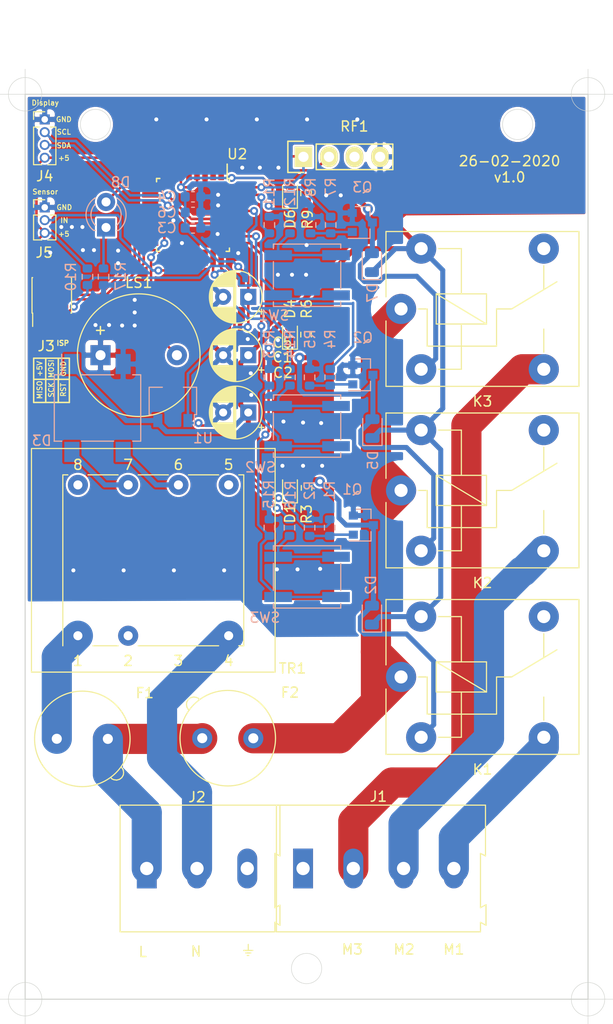
<source format=kicad_pcb>
(kicad_pcb (version 20171130) (host pcbnew 5.1.9-73d0e3b20d~88~ubuntu20.04.1)
  (layers (0 F.Cu signal) (31 B.Cu signal) (34 B.Paste user) (35 F.Paste user) (36 B.SilkS user) (37 F.SilkS user) (38 B.Mask user) (39 F.Mask user) (44 Edge.Cuts user))
  (net 0 "")
  (net 1 GND)
  (net 2 +5V)
  (net 3 "Net-(D2-Pad2)")
  (net 4 "Net-(D3-Pad4)")
  (net 5 "Net-(D3-Pad3)")
  (net 6 "Net-(D5-Pad2)")
  (net 7 "Net-(D7-Pad2)")
  (net 8 /L)
  (net 9 "Net-(F1-Pad1)")
  (net 10 /DISP_SCL)
  (net 11 /DISP_SDA)
  (net 12 /RST)
  (net 13 /MOSI)
  (net 14 /SCK)
  (net 15 /MISO)
  (net 16 "Net-(Q1-Pad1)")
  (net 17 "Net-(Q2-Pad1)")
  (net 18 "Net-(Q3-Pad1)")
  (net 19 /COIL1)
  (net 20 /COIL2)
  (net 21 /N)
  (net 22 /PWR_LED)
  (net 23 "Net-(D8-Pad1)")
  (net 24 /MOT_C2)
  (net 25 /MOT_C3)
  (net 26 /MOT_C1)
  (net 27 /MOT_L)
  (net 28 /SEN_IN)
  (net 29 /BTN_UP)
  (net 30 "Net-(R12-Pad2)")
  (net 31 /BTN_DOWN)
  (net 32 "Net-(R14-Pad2)")
  (net 33 /BTN_CENTER)
  (net 34 "Net-(R16-Pad2)")
  (net 35 /RF_DATA)
  (net 36 +12V)
  (net 37 /SPEAKER)
  (net 38 /COIL3)
  (net 39 "Net-(D1-Pad1)")
  (net 40 "Net-(D4-Pad1)")
  (net 41 "Net-(D6-Pad1)")
  (module Resistor_SMD:R_0603_1608Metric (layer F.Cu) (at 150.15 45.7 90)
    (fp_text reference R9 (at -2.6 0.15 90) (layer F.SilkS))
    (fp_text value 300R)
    (pad 2 smd roundrect (at 0.825 0 90) (size 0.8 0.95) (layers F.Cu F.Paste F.Mask) (net 7 "Net-(D7-Pad2)"))
    (pad 1 smd roundrect (at -0.825 0 90) (size 0.8 0.95) (layers F.Cu F.Paste F.Mask) (net 41 "Net-(D6-Pad1)"))
  )
  (module Resistor_SMD:R_0603_1608Metric (layer F.Cu) (at 150.15 59.75 90)
    (fp_text reference R6 (at 2.55 0.05 90) (layer F.SilkS))
    (fp_text value 300R)
    (pad 2 smd roundrect (at 0.825 0 90) (size 0.8 0.95) (layers F.Cu F.Paste F.Mask) (net 6 "Net-(D5-Pad2)"))
    (pad 1 smd roundrect (at -0.825 0 90) (size 0.8 0.95) (layers F.Cu F.Paste F.Mask) (net 40 "Net-(D4-Pad1)"))
  )
  (module Diode_SMD:D_0603_1608Metric (layer F.Cu) (at 148.55 45.7 90)
    (fp_text reference D6 (at -2.55 0 90) (layer F.SilkS))
    (fp_text value LED)
    (pad 2 smd roundrect (at 0.7875 0 90) (size 0.875 0.95) (layers F.Cu F.Paste F.Mask) (net 36 +12V))
    (pad 1 smd roundrect (at -0.7875 0 90) (size 0.875 0.95) (layers F.Cu F.Paste F.Mask) (net 41 "Net-(D6-Pad1)"))
  )
  (module Diode_SMD:D_0603_1608Metric (layer F.Cu) (at 148.55 59.7125 90)
    (fp_text reference D4 (at 2.5125 0 90) (layer F.SilkS))
    (fp_text value LED)
    (pad 2 smd roundrect (at 0.7875 0 90) (size 0.875 0.95) (layers F.Cu F.Paste F.Mask) (net 36 +12V))
    (pad 1 smd roundrect (at -0.7875 0 90) (size 0.875 0.95) (layers F.Cu F.Paste F.Mask) (net 40 "Net-(D4-Pad1)"))
  )
  (module Resistor_SMD:R_0603_1608Metric (layer F.Cu) (at 150.2 75 90)
    (fp_text reference R3 (at -2.6 0 90) (layer F.SilkS))
    (fp_text value 300R)
    (pad 2 smd roundrect (at 0.825 0 90) (size 0.8 0.95) (layers F.Cu F.Paste F.Mask) (net 3 "Net-(D2-Pad2)"))
    (pad 1 smd roundrect (at -0.825 0 90) (size 0.8 0.95) (layers F.Cu F.Paste F.Mask) (net 39 "Net-(D1-Pad1)"))
  )
  (module Diode_SMD:D_0603_1608Metric (layer F.Cu) (at 148.55 75 90)
    (fp_text reference D1 (at -2.55 0 90) (layer F.SilkS))
    (fp_text value LED)
    (pad 2 smd roundrect (at 0.7875 0 90) (size 0.875 0.95) (layers F.Cu F.Paste F.Mask) (net 36 +12V))
    (pad 1 smd roundrect (at -0.7875 0 90) (size 0.875 0.95) (layers F.Cu F.Paste F.Mask) (net 39 "Net-(D1-Pad1)"))
  )
  (module Diode_SMD:D_0805_2012Metric (layer B.Cu) (at 156.7 52.6 90)
    (fp_text reference D7 (at -3 0.05 90) (layer B.SilkS) (effects (justify mirror)))
    (fp_text value D)
    (pad 2 smd roundrect (at 0.9375 0 90) (size 0.975 1.4) (layers B.Cu B.Paste B.Mask) (net 7 "Net-(D7-Pad2)"))
    (pad 1 smd roundrect (at -0.9375 0 90) (size 0.975 1.4) (layers B.Cu B.Paste B.Mask) (net 36 +12V))
  )
  (module Diode_SMD:D_0805_2012Metric (layer B.Cu) (at 156.75 69.1 90)
    (fp_text reference D5 (at -3.15 0.05 90) (layer B.SilkS) (effects (justify mirror)))
    (fp_text value D)
    (pad 2 smd roundrect (at 0.9375 0 90) (size 0.975 1.4) (layers B.Cu B.Paste B.Mask) (net 6 "Net-(D5-Pad2)"))
    (pad 1 smd roundrect (at -0.9375 0 90) (size 0.975 1.4) (layers B.Cu B.Paste B.Mask) (net 36 +12V))
  )
  (module Diode_SMD:D_0805_2012Metric (layer B.Cu) (at 156.7 87.65 90)
    (fp_text reference D2 (at 3 -0.1 90) (layer B.SilkS) (effects (justify mirror)))
    (fp_text value D)
    (pad 2 smd roundrect (at 0.9375 0 90) (size 0.975 1.4) (layers B.Cu B.Paste B.Mask) (net 3 "Net-(D2-Pad2)"))
    (pad 1 smd roundrect (at -0.9375 0 90) (size 0.975 1.4) (layers B.Cu B.Paste B.Mask) (net 36 +12V))
  )
  (module Buzzer_Beeper:Buzzer_12x9.5RM7.6 (layer F.Cu) (at 129.7 61.8)
    (fp_text reference LS1 (at 3.8 -7.2) (layer F.SilkS))
    (fp_text value Speaker_Crystal)
    (fp_text user + (at -0.01 -2.54) (layer F.SilkS))
    (pad 2 thru_hole circle (at 7.6 0) (size 2 2) (drill 1) (layers *.Cu *.Mask) (net 37 /SPEAKER))
    (pad 1 thru_hole rect (at 0 0) (size 2 2) (drill 1) (layers *.Cu *.Mask) (net 1 GND))
  )
  (module Connector_PinHeader_1.27mm:PinHeader_1x03_P1.27mm_Vertical (layer F.Cu) (at 124.15 47.1)
    (fp_text reference J5 (at -0.05 4.5) (layer F.SilkS))
    (fp_text value Sensor (at 0.05 -1.55) (layer F.SilkS) (effects (font (size 0.5 0.5) (thickness 0.1))))
    (pad 3 thru_hole oval (at 0 2.54) (size 1 1) (drill 0.65) (layers *.Cu *.Mask) (net 2 +5V))
    (pad 2 thru_hole oval (at 0 1.27) (size 1 1) (drill 0.65) (layers *.Cu *.Mask) (net 28 /SEN_IN))
    (pad 1 thru_hole rect (at 0 0) (size 1 1) (drill 0.65) (layers *.Cu *.Mask) (net 1 GND))
  )
  (module Connector_PinHeader_1.27mm:PinHeader_1x04_P1.27mm_Vertical (layer F.Cu) (at 124.15 38.35)
    (fp_text reference J4 (at 0 5.65) (layer F.SilkS))
    (fp_text value Display (at 0.05 -1.65 180) (layer F.SilkS) (effects (font (size 0.5 0.5) (thickness 0.1))))
    (pad 4 thru_hole oval (at 0 3.81) (size 1 1) (drill 0.65) (layers *.Cu *.Mask) (net 2 +5V))
    (pad 3 thru_hole oval (at 0 2.54) (size 1 1) (drill 0.65) (layers *.Cu *.Mask) (net 11 /DISP_SDA))
    (pad 2 thru_hole oval (at 0 1.27) (size 1 1) (drill 0.65) (layers *.Cu *.Mask) (net 10 /DISP_SCL))
    (pad 1 thru_hole rect (at 0 0) (size 1 1) (drill 0.65) (layers *.Cu *.Mask) (net 1 GND))
  )
  (module TerminalBlock:TerminalBlock_Altech_AK300-4_P5.00mm (layer F.Cu) (at 149.85 112.85)
    (fp_text reference J1 (at 7.5 -7.15) (layer F.SilkS))
    (fp_text value MOTOR)
    (pad 3 thru_hole oval (at 10 0) (size 1.98 3.96) (drill 1.32) (layers *.Cu *.Mask) (net 24 /MOT_C2))
    (pad 4 thru_hole oval (at 15 0) (size 1.98 3.96) (drill 1.32) (layers *.Cu *.Mask) (net 26 /MOT_C1))
    (pad 2 thru_hole oval (at 5 0) (size 1.98 3.96) (drill 1.32) (layers *.Cu *.Mask) (net 25 /MOT_C3))
    (pad 1 thru_hole rect (at 0 0) (size 1.98 3.96) (drill 1.32) (layers *.Cu *.Mask))
  )
  (module Fuse:Fuseholder_TR5_Littelfuse_No560_No460 (layer F.Cu) (at 144.9 99.9 180)
    (fp_text reference F2 (at -3.65 4.55) (layer F.SilkS))
    (fp_text value Fuse)
    (pad 2 thru_hole circle (at 5.08 0.01 180) (size 2 2) (drill 1) (layers *.Cu *.Mask) (net 8 /L))
    (pad 1 thru_hole circle (at 0 0 180) (size 2 2) (drill 1) (layers *.Cu *.Mask) (net 27 /MOT_L))
  )
  (module LED_THT:LED_D3.0mm (layer B.Cu) (at 130.25 49.1 90)
    (fp_text reference D8 (at 4.5 1.45 180) (layer B.SilkS) (effects (justify mirror)))
    (fp_text value PWR_LED)
    (pad 2 thru_hole circle (at 2.54 0 90) (size 1.8 1.8) (drill 0.9) (layers *.Cu *.Mask) (net 22 /PWR_LED))
    (pad 1 thru_hole rect (at 0 0 90) (size 1.8 1.8) (drill 0.9) (layers *.Cu *.Mask) (net 23 "Net-(D8-Pad1)"))
  )
  (module TerminalBlock:TerminalBlock_Altech_AK300-3_P5.00mm (layer F.Cu) (at 134.3 112.85)
    (fp_text reference J2 (at 5 -7.1) (layer F.SilkS))
    (fp_text value 230VAC)
    (pad 3 thru_hole oval (at 10 0) (size 1.98 3.96) (drill 1.32) (layers *.Cu *.Mask))
    (pad 2 thru_hole oval (at 5 0) (size 1.98 3.96) (drill 1.32) (layers *.Cu *.Mask) (net 21 /N))
    (pad 1 thru_hole rect (at 0 0) (size 1.98 3.96) (drill 1.32) (layers *.Cu *.Mask) (net 8 /L))
  )
  (module Transformer_THT:Transformer_Breve_TEZ-22x24 (layer F.Cu) (at 127.45 89.7)
    (fp_text reference TR1 (at 21.35 3.25) (layer F.SilkS))
    (fp_text value TEZ0.5-D-1)
    (fp_text user 1 (at 0 2.5) (layer F.SilkS))
    (fp_text user 2 (at 5 2.5) (layer F.SilkS))
    (fp_text user 3 (at 10 2.5) (layer F.SilkS))
    (fp_text user 4 (at 15 2.5) (layer F.SilkS))
    (fp_text user 5 (at 15 -17) (layer F.SilkS))
    (fp_text user 6 (at 10 -17) (layer F.SilkS))
    (fp_text user 7 (at 5 -17) (layer F.SilkS))
    (fp_text user 8 (at 0 -17) (layer F.SilkS))
    (pad 8 thru_hole circle (at 0 -15) (size 2 2) (drill 0.9) (layers *.Cu *.Mask))
    (pad 7 thru_hole circle (at 5 -15) (size 2 2) (drill 0.9) (layers *.Cu *.Mask) (net 4 "Net-(D3-Pad4)"))
    (pad 6 thru_hole circle (at 10 -15) (size 2 2) (drill 0.9) (layers *.Cu *.Mask) (net 5 "Net-(D3-Pad3)"))
    (pad 5 thru_hole circle (at 15 -15) (size 2 2) (drill 0.9) (layers *.Cu *.Mask))
    (pad 4 thru_hole circle (at 15 0) (size 2 2) (drill 0.9) (layers *.Cu *.Mask) (net 21 /N))
    (pad 2 thru_hole circle (at 5 0) (size 2 2) (drill 0.9) (layers *.Cu *.Mask))
    (pad 1 thru_hole rect (at 0 0) (size 2 2) (drill 0.9) (layers *.Cu *.Mask) (net 9 "Net-(F1-Pad1)"))
  )
  (module Button_Switch_SMD:SW_SPST_EVQP0 (layer B.Cu) (at 150.25 83.85)
    (fp_text reference SW3 (at -4.2 4.05) (layer B.SilkS) (effects (justify mirror)))
    (fp_text value BTN_DOWN)
    (pad 2 smd rect (at 2.88 -2) (size 2.75 1) (layers B.Cu B.Paste B.Mask) (net 34 "Net-(R16-Pad2)"))
    (pad 2 smd rect (at -2.88 -2) (size 2.75 1) (layers B.Cu B.Paste B.Mask) (net 34 "Net-(R16-Pad2)"))
    (pad 1 smd rect (at -2.88 2) (size 2.75 1) (layers B.Cu B.Paste B.Mask) (net 31 /BTN_DOWN))
    (pad 1 smd rect (at 2.88 2) (size 2.75 1) (layers B.Cu B.Paste B.Mask) (net 31 /BTN_DOWN))
  )
  (module Button_Switch_SMD:SW_SPST_EVQP0 (layer B.Cu) (at 150.25 68.85)
    (fp_text reference SW2 (at -4.65 4.1) (layer B.SilkS) (effects (justify mirror)))
    (fp_text value BTN_CENTER)
    (pad 2 smd rect (at 2.88 -2) (size 2.75 1) (layers B.Cu B.Paste B.Mask) (net 32 "Net-(R14-Pad2)"))
    (pad 2 smd rect (at -2.88 -2) (size 2.75 1) (layers B.Cu B.Paste B.Mask) (net 32 "Net-(R14-Pad2)"))
    (pad 1 smd rect (at -2.88 2) (size 2.75 1) (layers B.Cu B.Paste B.Mask) (net 33 /BTN_CENTER))
    (pad 1 smd rect (at 2.88 2) (size 2.75 1) (layers B.Cu B.Paste B.Mask) (net 33 /BTN_CENTER))
  )
  (module Button_Switch_SMD:SW_SPST_EVQP0 (layer B.Cu) (at 150.25 53.85)
    (fp_text reference SW1 (at -3.3 4) (layer B.SilkS) (effects (justify mirror)))
    (fp_text value BTN_UP)
    (pad 2 smd rect (at 2.88 -2) (size 2.75 1) (layers B.Cu B.Paste B.Mask) (net 30 "Net-(R12-Pad2)"))
    (pad 2 smd rect (at -2.88 -2) (size 2.75 1) (layers B.Cu B.Paste B.Mask) (net 30 "Net-(R12-Pad2)"))
    (pad 1 smd rect (at -2.88 2) (size 2.75 1) (layers B.Cu B.Paste B.Mask) (net 29 /BTN_UP))
    (pad 1 smd rect (at 2.88 2) (size 2.75 1) (layers B.Cu B.Paste B.Mask) (net 29 /BTN_UP))
  )
  (module Sensors:RF_Receiver_433_MHz (layer F.Cu) (at 154.95 42.05)
    (fp_text reference RF1 (at 0 -3) (layer F.SilkS))
    (fp_text value RF_Receiver_433_MHz)
    (pad 4 thru_hole oval (at 2.559293 0.024229 90) (size 2.032 1.7272) (drill 1.016) (layers *.Cu *.Mask F.SilkS) (net 1 GND))
    (pad 3 thru_hole oval (at 0.019293 0.024229 90) (size 2.032 1.7272) (drill 1.016) (layers *.Cu *.Mask F.SilkS))
    (pad 2 thru_hole oval (at -2.520707 0.024229 90) (size 2.032 1.7272) (drill 1.016) (layers *.Cu *.Mask F.SilkS) (net 35 /RF_DATA))
    (pad 1 thru_hole rect (at -5.060707 0.024229 90) (size 2.032 1.7272) (drill 1.016) (layers *.Cu *.Mask F.SilkS) (net 2 +5V))
  )
  (module Resistor_SMD:R_0603_1608Metric (layer B.Cu) (at 130 54 270)
    (fp_text reference R17 (at -0.05 -1.7 90) (layer B.SilkS) (effects (justify mirror)))
    (fp_text value 220R)
    (pad 2 smd roundrect (at 0.825 0 270) (size 0.8 0.95) (layers B.Cu B.Paste B.Mask) (net 1 GND))
    (pad 1 smd roundrect (at -0.825 0 270) (size 0.8 0.95) (layers B.Cu B.Paste B.Mask) (net 23 "Net-(D8-Pad1)"))
  )
  (module Resistor_SMD:R_0603_1608Metric (layer B.Cu) (at 148.5 78.95 270)
    (fp_text reference R16 (at -3.25 -0.1 90) (layer B.SilkS) (effects (justify mirror)))
    (fp_text value 10k)
    (pad 2 smd roundrect (at 0.825 0 270) (size 0.8 0.95) (layers B.Cu B.Paste B.Mask) (net 34 "Net-(R16-Pad2)"))
    (pad 1 smd roundrect (at -0.825 0 270) (size 0.8 0.95) (layers B.Cu B.Paste B.Mask) (net 2 +5V))
  )
  (module Resistor_SMD:R_0603_1608Metric (layer B.Cu) (at 146.5 78.95 90)
    (fp_text reference R15 (at 3.3 -0.05 90) (layer B.SilkS) (effects (justify mirror)))
    (fp_text value 10k)
    (pad 2 smd roundrect (at 0.825 0 90) (size 0.8 0.95) (layers B.Cu B.Paste B.Mask) (net 1 GND))
    (pad 1 smd roundrect (at -0.825 0 90) (size 0.8 0.95) (layers B.Cu B.Paste B.Mask) (net 31 /BTN_DOWN))
  )
  (module Resistor_SMD:R_0603_1608Metric (layer B.Cu) (at 148.55 64 270)
    (fp_text reference R14 (at -3.3 0 90) (layer B.SilkS) (effects (justify mirror)))
    (fp_text value 10k)
    (pad 2 smd roundrect (at 0.825 0 270) (size 0.8 0.95) (layers B.Cu B.Paste B.Mask) (net 32 "Net-(R14-Pad2)"))
    (pad 1 smd roundrect (at -0.825 0 270) (size 0.8 0.95) (layers B.Cu B.Paste B.Mask) (net 2 +5V))
  )
  (module Resistor_SMD:R_0603_1608Metric (layer B.Cu) (at 146.5 64 90)
    (fp_text reference R13 (at 3.3 0 90) (layer B.SilkS) (effects (justify mirror)))
    (fp_text value 10k)
    (pad 2 smd roundrect (at 0.825 0 90) (size 0.8 0.95) (layers B.Cu B.Paste B.Mask) (net 1 GND))
    (pad 1 smd roundrect (at -0.825 0 90) (size 0.8 0.95) (layers B.Cu B.Paste B.Mask) (net 33 /BTN_CENTER))
  )
  (module Resistor_SMD:R_0603_1608Metric (layer B.Cu) (at 148.55 48.85 270)
    (fp_text reference R12 (at -3.3 0 90) (layer B.SilkS) (effects (justify mirror)))
    (fp_text value 10k)
    (pad 2 smd roundrect (at 0.825 0 270) (size 0.8 0.95) (layers B.Cu B.Paste B.Mask) (net 30 "Net-(R12-Pad2)"))
    (pad 1 smd roundrect (at -0.825 0 270) (size 0.8 0.95) (layers B.Cu B.Paste B.Mask) (net 2 +5V))
  )
  (module Resistor_SMD:R_0603_1608Metric (layer B.Cu) (at 146.5 48.85 90)
    (fp_text reference R11 (at 3.25 0 90) (layer B.SilkS) (effects (justify mirror)))
    (fp_text value 10k)
    (pad 2 smd roundrect (at 0.825 0 90) (size 0.8 0.95) (layers B.Cu B.Paste B.Mask) (net 1 GND))
    (pad 1 smd roundrect (at -0.825 0 90) (size 0.8 0.95) (layers B.Cu B.Paste B.Mask) (net 29 /BTN_UP))
  )
  (module Package_QFP:TQFP-32_7x7mm_P0.8mm (layer F.Cu) (at 138.9 47.85 270)
    (fp_text reference U2 (at -6.05 -4.4 180) (layer F.SilkS))
    (fp_text value ATmega328-AU)
    (pad 32 smd rect (at -2.8 -4.25) (size 1.6 0.55) (layers F.Cu F.Paste F.Mask) (net 38 /COIL3))
    (pad 31 smd rect (at -2 -4.25) (size 1.6 0.55) (layers F.Cu F.Paste F.Mask) (net 29 /BTN_UP))
    (pad 30 smd rect (at -1.2 -4.25) (size 1.6 0.55) (layers F.Cu F.Paste F.Mask))
    (pad 29 smd rect (at -0.4 -4.25) (size 1.6 0.55) (layers F.Cu F.Paste F.Mask) (net 12 /RST))
    (pad 28 smd rect (at 0.4 -4.25) (size 1.6 0.55) (layers F.Cu F.Paste F.Mask) (net 10 /DISP_SCL))
    (pad 27 smd rect (at 1.2 -4.25) (size 1.6 0.55) (layers F.Cu F.Paste F.Mask) (net 11 /DISP_SDA))
    (pad 26 smd rect (at 2 -4.25) (size 1.6 0.55) (layers F.Cu F.Paste F.Mask) (net 20 /COIL2))
    (pad 25 smd rect (at 2.8 -4.25) (size 1.6 0.55) (layers F.Cu F.Paste F.Mask) (net 33 /BTN_CENTER))
    (pad 24 smd rect (at 4.25 -2.8 270) (size 1.6 0.55) (layers F.Cu F.Paste F.Mask) (net 19 /COIL1))
    (pad 23 smd rect (at 4.25 -2 270) (size 1.6 0.55) (layers F.Cu F.Paste F.Mask) (net 31 /BTN_DOWN))
    (pad 22 smd rect (at 4.25 -1.2 270) (size 1.6 0.55) (layers F.Cu F.Paste F.Mask))
    (pad 21 smd rect (at 4.25 -0.4 270) (size 1.6 0.55) (layers F.Cu F.Paste F.Mask) (net 1 GND))
    (pad 20 smd rect (at 4.25 0.4 270) (size 1.6 0.55) (layers F.Cu F.Paste F.Mask))
    (pad 19 smd rect (at 4.25 1.2 270) (size 1.6 0.55) (layers F.Cu F.Paste F.Mask) (net 28 /SEN_IN))
    (pad 18 smd rect (at 4.25 2 270) (size 1.6 0.55) (layers F.Cu F.Paste F.Mask))
    (pad 17 smd rect (at 4.25 2.8 270) (size 1.6 0.55) (layers F.Cu F.Paste F.Mask) (net 14 /SCK))
    (pad 16 smd rect (at 2.8 4.25) (size 1.6 0.55) (layers F.Cu F.Paste F.Mask) (net 15 /MISO))
    (pad 15 smd rect (at 2 4.25) (size 1.6 0.55) (layers F.Cu F.Paste F.Mask) (net 13 /MOSI))
    (pad 14 smd rect (at 1.2 4.25) (size 1.6 0.55) (layers F.Cu F.Paste F.Mask))
    (pad 13 smd rect (at 0.4 4.25) (size 1.6 0.55) (layers F.Cu F.Paste F.Mask) (net 37 /SPEAKER))
    (pad 12 smd rect (at -0.4 4.25) (size 1.6 0.55) (layers F.Cu F.Paste F.Mask))
    (pad 11 smd rect (at -1.2 4.25) (size 1.6 0.55) (layers F.Cu F.Paste F.Mask))
    (pad 10 smd rect (at -2 4.25) (size 1.6 0.55) (layers F.Cu F.Paste F.Mask))
    (pad 9 smd rect (at -2.8 4.25) (size 1.6 0.55) (layers F.Cu F.Paste F.Mask) (net 22 /PWR_LED))
    (pad 8 smd rect (at -4.25 2.8 270) (size 1.6 0.55) (layers F.Cu F.Paste F.Mask))
    (pad 7 smd rect (at -4.25 2 270) (size 1.6 0.55) (layers F.Cu F.Paste F.Mask))
    (pad 6 smd rect (at -4.25 1.2 270) (size 1.6 0.55) (layers F.Cu F.Paste F.Mask) (net 2 +5V))
    (pad 5 smd rect (at -4.25 0.4 270) (size 1.6 0.55) (layers F.Cu F.Paste F.Mask) (net 1 GND))
    (pad 4 smd rect (at -4.25 -0.4 270) (size 1.6 0.55) (layers F.Cu F.Paste F.Mask) (net 2 +5V))
    (pad 3 smd rect (at -4.25 -1.2 270) (size 1.6 0.55) (layers F.Cu F.Paste F.Mask) (net 1 GND))
    (pad 2 smd rect (at -4.25 -2 270) (size 1.6 0.55) (layers F.Cu F.Paste F.Mask) (net 35 /RF_DATA))
    (pad 1 smd rect (at -4.25 -2.8 270) (size 1.6 0.55) (layers F.Cu F.Paste F.Mask))
  )
  (module Package_TO_SOT_SMD:SOT-89-3 (layer B.Cu) (at 136.9 66.65 90)
    (fp_text reference U1 (at -3.4 3) (layer B.SilkS) (effects (justify mirror)))
    (fp_text value L78L05_SOT89)
    (pad 2 smd custom (at -1.5625 0 90) (size 1.475 0.9) (layers B.Cu B.Paste B.Mask) (net 1 GND) (options (clearance outline) (anchor rect)) (primitives (gr_poly (pts (xy 0.7375 0.8665) (xy 3.8625 0.8665) (xy 3.8625 -0.8665) (xy 0.7375 -0.8665)) (width 0))))
    (pad 3 smd rect (at -1.65 -1.5 90) (size 1.3 0.9) (layers B.Cu B.Paste B.Mask) (net 36 +12V))
    (pad 1 smd rect (at -1.65 1.5 90) (size 1.3 0.9) (layers B.Cu B.Paste B.Mask) (net 2 +5V))
  )
  (module Resistor_SMD:R_0603_1608Metric (layer B.Cu) (at 128.4 54 270)
    (fp_text reference R10 (at 0 1.65 90) (layer B.SilkS) (effects (justify mirror)))
    (fp_text value R)
    (pad 2 smd roundrect (at 0.825 0 270) (size 0.8 0.95) (layers B.Cu B.Paste B.Mask) (net 12 /RST))
    (pad 1 smd roundrect (at -0.825 0 270) (size 0.8 0.95) (layers B.Cu B.Paste B.Mask) (net 2 +5V))
  )
  (module Resistor_SMD:R_0603_1608Metric (layer B.Cu) (at 150.6 48.85 270)
    (fp_text reference R8 (at -3.75 0 270) (layer B.SilkS) (effects (justify mirror)))
    (fp_text value 10k)
    (pad 2 smd roundrect (at 0.825 0 270) (size 0.8 0.95) (layers B.Cu B.Paste B.Mask) (net 18 "Net-(Q3-Pad1)"))
    (pad 1 smd roundrect (at -0.825 0 270) (size 0.8 0.95) (layers B.Cu B.Paste B.Mask) (net 1 GND))
  )
  (module Resistor_SMD:R_0603_1608Metric (layer B.Cu) (at 152.6 48.85 90)
    (fp_text reference R7 (at 3.75 0 90) (layer B.SilkS) (effects (justify mirror)))
    (fp_text value 100R)
    (pad 2 smd roundrect (at 0.825 0 90) (size 0.8 0.95) (layers B.Cu B.Paste B.Mask) (net 38 /COIL3))
    (pad 1 smd roundrect (at -0.825 0 90) (size 0.8 0.95) (layers B.Cu B.Paste B.Mask) (net 18 "Net-(Q3-Pad1)"))
  )
  (module Resistor_SMD:R_0603_1608Metric (layer B.Cu) (at 150.5 64 270)
    (fp_text reference R5 (at -3.8 -0.05 90) (layer B.SilkS) (effects (justify mirror)))
    (fp_text value 10k)
    (pad 2 smd roundrect (at 0.825 0 270) (size 0.8 0.95) (layers B.Cu B.Paste B.Mask) (net 17 "Net-(Q2-Pad1)"))
    (pad 1 smd roundrect (at -0.825 0 270) (size 0.8 0.95) (layers B.Cu B.Paste B.Mask) (net 1 GND))
  )
  (module Resistor_SMD:R_0603_1608Metric (layer B.Cu) (at 152.55 64 90)
    (fp_text reference R4 (at 3.8 0 90) (layer B.SilkS) (effects (justify mirror)))
    (fp_text value 100R)
    (pad 2 smd roundrect (at 0.825 0 90) (size 0.8 0.95) (layers B.Cu B.Paste B.Mask) (net 20 /COIL2))
    (pad 1 smd roundrect (at -0.825 0 90) (size 0.8 0.95) (layers B.Cu B.Paste B.Mask) (net 17 "Net-(Q2-Pad1)"))
  )
  (module Resistor_SMD:R_0603_1608Metric (layer B.Cu) (at 150.5 78.95 270)
    (fp_text reference R2 (at -3.7 0 270) (layer B.SilkS) (effects (justify mirror)))
    (fp_text value 10k)
    (pad 2 smd roundrect (at 0.825 0 270) (size 0.8 0.95) (layers B.Cu B.Paste B.Mask) (net 16 "Net-(Q1-Pad1)"))
    (pad 1 smd roundrect (at -0.825 0 270) (size 0.8 0.95) (layers B.Cu B.Paste B.Mask) (net 1 GND))
  )
  (module Resistor_SMD:R_0603_1608Metric (layer B.Cu) (at 152.5 78.95 90)
    (fp_text reference R1 (at 3.7 0 90) (layer B.SilkS) (effects (justify mirror)))
    (fp_text value 100R)
    (pad 2 smd roundrect (at 0.825 0 90) (size 0.8 0.95) (layers B.Cu B.Paste B.Mask) (net 19 /COIL1))
    (pad 1 smd roundrect (at -0.825 0 90) (size 0.8 0.95) (layers B.Cu B.Paste B.Mask) (net 16 "Net-(Q1-Pad1)"))
  )
  (module Package_TO_SOT_SMD:SOT-23 (layer B.Cu) (at 155.75 48.6)
    (fp_text reference Q3 (at 0 -3.5) (layer B.SilkS) (effects (justify mirror)))
    (fp_text value Q_NMOS_GSD)
    (pad 3 smd rect (at 1 0) (size 0.9 0.8) (layers B.Cu B.Paste B.Mask) (net 7 "Net-(D7-Pad2)"))
    (pad 2 smd rect (at -1 -0.95) (size 0.9 0.8) (layers B.Cu B.Paste B.Mask) (net 1 GND))
    (pad 1 smd rect (at -1 0.95) (size 0.9 0.8) (layers B.Cu B.Paste B.Mask) (net 18 "Net-(Q3-Pad1)"))
  )
  (module Package_TO_SOT_SMD:SOT-23 (layer B.Cu) (at 155.8 63.75)
    (fp_text reference Q2 (at 0 -3.7) (layer B.SilkS) (effects (justify mirror)))
    (fp_text value Q_NMOS_GSD)
    (pad 3 smd rect (at 1 0) (size 0.9 0.8) (layers B.Cu B.Paste B.Mask) (net 6 "Net-(D5-Pad2)"))
    (pad 2 smd rect (at -1 -0.95) (size 0.9 0.8) (layers B.Cu B.Paste B.Mask) (net 1 GND))
    (pad 1 smd rect (at -1 0.95) (size 0.9 0.8) (layers B.Cu B.Paste B.Mask) (net 17 "Net-(Q2-Pad1)"))
  )
  (module Package_TO_SOT_SMD:SOT-23 (layer B.Cu) (at 155.85 78.7)
    (fp_text reference Q1 (at -1.1 -3.55) (layer B.SilkS) (effects (justify mirror)))
    (fp_text value Q_NMOS_GSD)
    (pad 3 smd rect (at 1 0) (size 0.9 0.8) (layers B.Cu B.Paste B.Mask) (net 3 "Net-(D2-Pad2)"))
    (pad 2 smd rect (at -1 -0.95) (size 0.9 0.8) (layers B.Cu B.Paste B.Mask) (net 1 GND))
    (pad 1 smd rect (at -1 0.95) (size 0.9 0.8) (layers B.Cu B.Paste B.Mask) (net 16 "Net-(Q1-Pad1)"))
  )
  (module Relay_THT:Relay_SPDT_Finder_36.11 (layer F.Cu) (at 159.6 57.2)
    (fp_text reference K3 (at 8.1 9.2) (layer F.SilkS))
    (fp_text value FINDER-36.11)
    (pad 11 thru_hole circle (at 0 0) (size 3 3) (drill 1.3) (layers *.Cu *.Mask) (net 27 /MOT_L))
    (pad A2 thru_hole circle (at 2 -6) (size 3 3) (drill 1.3) (layers *.Cu *.Mask) (net 36 +12V))
    (pad 12 thru_hole circle (at 14.2 -6) (size 3 3) (drill 1.3) (layers *.Cu *.Mask))
    (pad 14 thru_hole circle (at 14.2 6) (size 3 3) (drill 1.3) (layers *.Cu *.Mask) (net 25 /MOT_C3))
    (pad A1 thru_hole circle (at 2 6) (size 3 3) (drill 1.3) (layers *.Cu *.Mask) (net 7 "Net-(D7-Pad2)"))
  )
  (module Relay_THT:Relay_SPDT_Finder_36.11 (layer F.Cu) (at 159.6 75.25)
    (fp_text reference K2 (at 8.1 9.2) (layer F.SilkS))
    (fp_text value FINDER-36.11)
    (pad 11 thru_hole circle (at 0 0) (size 3 3) (drill 1.3) (layers *.Cu *.Mask) (net 27 /MOT_L))
    (pad A2 thru_hole circle (at 2 -6) (size 3 3) (drill 1.3) (layers *.Cu *.Mask) (net 36 +12V))
    (pad 12 thru_hole circle (at 14.2 -6) (size 3 3) (drill 1.3) (layers *.Cu *.Mask))
    (pad 14 thru_hole circle (at 14.2 6) (size 3 3) (drill 1.3) (layers *.Cu *.Mask) (net 24 /MOT_C2))
    (pad A1 thru_hole circle (at 2 6) (size 3 3) (drill 1.3) (layers *.Cu *.Mask) (net 6 "Net-(D5-Pad2)"))
  )
  (module Relay_THT:Relay_SPDT_Finder_36.11 (layer F.Cu) (at 159.6 93.8)
    (fp_text reference K1 (at 8.1 9.2) (layer F.SilkS))
    (fp_text value FINDER-36.11)
    (pad 11 thru_hole circle (at 0 0) (size 3 3) (drill 1.3) (layers *.Cu *.Mask) (net 27 /MOT_L))
    (pad A2 thru_hole circle (at 2 -6) (size 3 3) (drill 1.3) (layers *.Cu *.Mask) (net 36 +12V))
    (pad 12 thru_hole circle (at 14.2 -6) (size 3 3) (drill 1.3) (layers *.Cu *.Mask))
    (pad 14 thru_hole circle (at 14.2 6) (size 3 3) (drill 1.3) (layers *.Cu *.Mask) (net 26 /MOT_C1))
    (pad A1 thru_hole circle (at 2 6) (size 3 3) (drill 1.3) (layers *.Cu *.Mask) (net 3 "Net-(D2-Pad2)"))
  )
  (module Connector_PinHeader_1.27mm:PinHeader_2x03_P1.27mm_Vertical_SMD (layer F.Cu) (at 124.85 55.85 90)
    (fp_text reference J3 (at -5.05 -0.55 180) (layer F.SilkS))
    (fp_text value ISP (at -4.75 1.1 180) (layer F.SilkS) (effects (font (size 0.5 0.5) (thickness 0.125))))
    (pad 6 smd rect (at 1.95 1.27 90) (size 2.4 0.74) (layers F.Cu F.Paste F.Mask) (net 1 GND))
    (pad 5 smd rect (at -1.95 1.27 90) (size 2.4 0.74) (layers F.Cu F.Paste F.Mask) (net 12 /RST))
    (pad 4 smd rect (at 1.95 0 90) (size 2.4 0.74) (layers F.Cu F.Paste F.Mask) (net 13 /MOSI))
    (pad 3 smd rect (at -1.95 0 90) (size 2.4 0.74) (layers F.Cu F.Paste F.Mask) (net 14 /SCK))
    (pad 2 smd rect (at 1.95 -1.27 90) (size 2.4 0.74) (layers F.Cu F.Paste F.Mask) (net 2 +5V))
    (pad 1 smd rect (at -1.95 -1.27 90) (size 2.4 0.74) (layers F.Cu F.Paste F.Mask) (net 15 /MISO))
  )
  (module Fuse:Fuseholder_TR5_Littelfuse_No560_No460 (layer F.Cu) (at 125.35 99.95)
    (fp_text reference F1 (at 8.75 -4.55) (layer F.SilkS))
    (fp_text value Fuse)
    (pad 2 thru_hole circle (at 5.08 0.01) (size 2 2) (drill 1) (layers *.Cu *.Mask) (net 8 /L))
    (pad 1 thru_hole circle (at 0 0) (size 2 2) (drill 1) (layers *.Cu *.Mask) (net 9 "Net-(F1-Pad1)"))
  )
  (module Diode_SMD:Diode_Bridge_Vishay_DFS (layer B.Cu) (at 129.4 67.05 270)
    (fp_text reference D3 (at 3.25 5.55) (layer B.SilkS) (effects (justify mirror)))
    (fp_text value D_Bridge_+-AA)
    (pad 4 smd rect (at 4.37 2.55 270) (size 2 1.5) (layers B.Cu B.Paste B.Mask) (net 4 "Net-(D3-Pad4)"))
    (pad 3 smd rect (at 4.37 -2.55 270) (size 2 1.5) (layers B.Cu B.Paste B.Mask) (net 5 "Net-(D3-Pad3)"))
    (pad 2 smd rect (at -4.37 -2.55 270) (size 2 1.5) (layers B.Cu B.Paste B.Mask) (net 1 GND))
    (pad 1 smd rect (at -4.37 2.55 270) (size 2 1.5) (layers B.Cu B.Paste B.Mask) (net 36 +12V))
  )
  (module Capacitor_SMD:C_0603_1608Metric (layer B.Cu) (at 138.9 47.6)
    (fp_text reference C6 (at -2.6 0) (layer B.SilkS) (effects (justify mirror)))
    (fp_text value 10n)
    (pad 2 smd roundrect (at 0.775 0) (size 0.9 0.95) (layers B.Cu B.Paste B.Mask) (net 1 GND))
    (pad 1 smd roundrect (at -0.775 0) (size 0.9 0.95) (layers B.Cu B.Paste B.Mask) (net 2 +5V))
  )
  (module Capacitor_THT:CP_Radial_D5.0mm_P2.50mm (layer F.Cu) (at 144.4 56 180)
    (fp_text reference C5 (at -3.4 -4.55) (layer F.SilkS))
    (fp_text value CP)
    (pad 2 thru_hole circle (at 2.5 0 180) (size 1.6 1.6) (drill 0.8) (layers *.Cu *.Mask) (net 1 GND))
    (pad 1 thru_hole rect (at 0 0 180) (size 1.6 1.6) (drill 0.8) (layers *.Cu *.Mask) (net 2 +5V))
  )
  (module Capacitor_SMD:C_0603_1608Metric (layer B.Cu) (at 138.9 46.05)
    (fp_text reference C4 (at -2.6 0) (layer B.SilkS) (effects (justify mirror)))
    (fp_text value 1n)
    (pad 2 smd roundrect (at 0.775 0) (size 0.9 0.95) (layers B.Cu B.Paste B.Mask) (net 1 GND))
    (pad 1 smd roundrect (at -0.775 0) (size 0.9 0.95) (layers B.Cu B.Paste B.Mask) (net 2 +5V))
  )
  (module Capacitor_SMD:C_0603_1608Metric (layer B.Cu) (at 138.9 49.15)
    (fp_text reference C3 (at -2.6 0) (layer B.SilkS) (effects (justify mirror)))
    (fp_text value 100p)
    (pad 2 smd roundrect (at 0.775 0) (size 0.9 0.95) (layers B.Cu B.Paste B.Mask) (net 1 GND))
    (pad 1 smd roundrect (at -0.775 0) (size 0.9 0.95) (layers B.Cu B.Paste B.Mask) (net 2 +5V))
  )
  (module Capacitor_THT:CP_Radial_D5.0mm_P2.50mm (layer F.Cu) (at 144.4 67.5 180)
    (fp_text reference C2 (at -3.45 3.95) (layer F.SilkS))
    (fp_text value CP)
    (pad 2 thru_hole circle (at 2.5 0 180) (size 1.6 1.6) (drill 0.8) (layers *.Cu *.Mask) (net 1 GND))
    (pad 1 thru_hole rect (at 0 0 180) (size 1.6 1.6) (drill 0.8) (layers *.Cu *.Mask) (net 36 +12V))
  )
  (module Capacitor_THT:CP_Radial_D5.0mm_P2.50mm (layer F.Cu) (at 144.4 61.8 180)
    (fp_text reference C1 (at -3.4 -0.2) (layer F.SilkS))
    (fp_text value CP)
    (pad 2 thru_hole circle (at 2.5 0 180) (size 1.6 1.6) (drill 0.8) (layers *.Cu *.Mask) (net 1 GND))
    (pad 1 thru_hole rect (at 0 0 180) (size 1.6 1.6) (drill 0.8) (layers *.Cu *.Mask) (net 36 +12V))
  )
  (target plus (at 122.2 35.85) (size 5) (width 0.05) (layer Edge.Cuts))
  (target plus (at 178.2 35.85) (size 5) (width 0.05) (layer Edge.Cuts))
  (target plus (at 178.2 125.85) (size 5) (width 0.05) (layer Edge.Cuts))
  (target plus (at 122.2 125.85) (size 5) (width 0.05) (layer Edge.Cuts))
  (gr_text "26-02-2020\nv1.0" (at 170.4 43.3) (layer F.SilkS) (effects (font (size 1 1))))
  (gr_line (start 123.15 64.2) (end 126.55 64.2) (layer F.SilkS) (width 0.15))
  (gr_line (start 125.5 62.15) (end 125.5 66.5) (layer F.SilkS) (width 0.15))
  (gr_line (start 124.25 62.1) (end 124.25 66.45) (layer F.SilkS) (width 0.15))
  (gr_line (start 126.6 62.1) (end 123.05 62.1) (layer F.SilkS) (width 0.15))
  (gr_line (start 126.6 66.5) (end 126.6 62.1) (layer F.SilkS) (width 0.15))
  (gr_line (start 123.05 66.5) (end 126.6 66.5) (layer F.SilkS) (width 0.15))
  (gr_line (start 123.05 62.1) (end 123.05 66.5) (layer F.SilkS) (width 0.15))
  (gr_text SCK (at 124.8 65.25 90) (layer F.SilkS) (effects (font (size 0.5 0.5) (thickness 0.1))))
  (gr_text RST (at 126 65.25 90) (layer F.SilkS) (effects (font (size 0.5 0.5) (thickness 0.1))))
  (gr_text MISO (at 123.65 65.25 90) (layer F.SilkS) (effects (font (size 0.5 0.5) (thickness 0.1))))
  (gr_text GND (at 126 63.15 90) (layer F.SilkS) (effects (font (size 0.5 0.5) (thickness 0.1))))
  (gr_text MOSI (at 124.8 63.15 90) (layer F.SilkS) (effects (font (size 0.5 0.5) (thickness 0.1))))
  (gr_text +5V (at 123.65 63.15 90) (layer F.SilkS) (effects (font (size 0.5 0.5) (thickness 0.1))))
  (gr_text SCL (at 126.05 39.6) (layer F.SilkS) (effects (font (size 0.5 0.5) (thickness 0.1))))
  (gr_text SDA (at 126.05 40.95) (layer F.SilkS) (effects (font (size 0.5 0.5) (thickness 0.1))))
  (gr_text +5 (at 126.05 42.2) (layer F.SilkS) (effects (font (size 0.5 0.5) (thickness 0.1))))
  (gr_text GND (at 126.05 38.35) (layer F.SilkS) (effects (font (size 0.5 0.5) (thickness 0.1))))
  (gr_text GND (at 126.1 47.1) (layer F.SilkS) (effects (font (size 0.5 0.5) (thickness 0.1))))
  (gr_text IN (at 126.1 48.4) (layer F.SilkS) (effects (font (size 0.5 0.5) (thickness 0.1))))
  (gr_text +5 (at 126.05 49.75) (layer F.SilkS) (effects (font (size 0.5 0.5) (thickness 0.1))))
  (gr_text M1 (at 164.85 120.9) (layer F.SilkS) (effects (font (size 1 1))))
  (gr_text M2 (at 159.9 120.9) (layer F.SilkS) (effects (font (size 1 1))))
  (gr_text M3 (at 154.75 120.9) (layer F.SilkS) (effects (font (size 1 1))))
  (gr_line (start 144.3 121.5) (end 144.45 121.5) (layer F.SilkS) (width 0.12))
  (gr_line (start 144.15 121.25) (end 144.65 121.25) (layer F.SilkS) (width 0.12))
  (gr_line (start 143.95 121) (end 144.85 121) (layer F.SilkS) (width 0.12))
  (gr_line (start 144.4 121) (end 143.95 121) (layer F.SilkS) (width 0.12))
  (gr_line (start 144.4 120.4) (end 144.4 121) (layer F.SilkS) (width 0.12))
  (gr_text N (at 139.2 121.1) (layer F.SilkS) (effects (font (size 1 1))))
  (gr_text L (at 133.9 121.15) (layer F.SilkS) (effects (font (size 1 1))))
  (gr_circle (center 171.2 38.85) (end 172.7 38.95) (layer Edge.Cuts) (width 0.05))
  (gr_circle (center 129.2 38.85) (end 130.7 38.85) (layer Edge.Cuts) (width 0.05))
  (gr_line (start 122.2 35.85) (end 178.2 35.85) (layer Edge.Cuts) (width 0.1))
  (gr_circle (center 150.2 122.8) (end 151.7 122.95) (layer Edge.Cuts) (width 0.05))
  (gr_line (start 178.2 35.85) (end 178.2 125.85) (layer Edge.Cuts) (width 0.1))
  (gr_line (start 122.2 125.85) (end 122.2 35.85) (layer Edge.Cuts) (width 0.1))
  (gr_line (start 178.2 125.85) (end 122.2 125.85) (layer Edge.Cuts) (width 0.1))
  (via (at 147.9 68.4) (size 0.8) (drill 0.4) (layers F.Cu B.Cu) (net 1))
  (via (at 149.85 68.5) (size 0.8) (drill 0.4) (layers F.Cu B.Cu) (net 1))
  (via (at 151.65 68.55) (size 0.8) (drill 0.4) (layers F.Cu B.Cu) (net 1))
  (via (at 151.75 72.8) (size 0.8) (drill 0.4) (layers F.Cu B.Cu) (net 1))
  (via (at 147.25 83.1) (size 0.8) (drill 0.4) (layers F.Cu B.Cu) (net 1))
  (via (at 149.3 83.1) (size 0.8) (drill 0.4) (layers F.Cu B.Cu) (net 1))
  (via (at 151.55 83.05) (size 0.8) (drill 0.4) (layers F.Cu B.Cu) (net 1))
  (via (at 141.4 45.85) (size 0.8) (drill 0.4) (layers F.Cu B.Cu) (net 1))
  (via (at 141.4 46.9) (size 0.8) (drill 0.4) (layers F.Cu B.Cu) (net 1))
  (via (at 141.35 49.75) (size 0.8) (drill 0.4) (layers F.Cu B.Cu) (net 1))
  (via (at 137.8 50.65) (size 0.8) (drill 0.4) (layers F.Cu B.Cu) (net 1))
  (via (at 136.95 48.4) (size 0.8) (drill 0.4) (layers F.Cu B.Cu) (net 1))
  (via (at 124.7 51.6) (size 0.8) (drill 0.4) (layers F.Cu B.Cu) (net 1))
  (via (at 133.1 56.3) (size 0.8) (drill 0.4) (layers F.Cu B.Cu) (net 1))
  (via (at 133.1 57.55) (size 0.8) (drill 0.4) (layers F.Cu B.Cu) (net 1))
  (via (at 133.1 58.85) (size 0.8) (drill 0.4) (layers F.Cu B.Cu) (net 1))
  (via (at 131.85 58.85) (size 0.8) (drill 0.4) (layers F.Cu B.Cu) (net 1))
  (via (at 130.55 58.8) (size 0.8) (drill 0.4) (layers F.Cu B.Cu) (net 1))
  (via (at 129.2 58.8) (size 0.8) (drill 0.4) (layers F.Cu B.Cu) (net 1))
  (via (at 125.8 49.05) (size 0.8) (drill 0.4) (layers F.Cu B.Cu) (net 1))
  (via (at 126.85 49.05) (size 0.8) (drill 0.4) (layers F.Cu B.Cu) (net 1))
  (via (at 127.9 49.05) (size 0.8) (drill 0.4) (layers F.Cu B.Cu) (net 1))
  (via (at 127.95 51.35) (size 0.8) (drill 0.4) (layers F.Cu B.Cu) (net 1))
  (via (at 129.05 51.35) (size 0.8) (drill 0.4) (layers F.Cu B.Cu) (net 1))
  (via (at 131.45 51.4) (size 0.8) (drill 0.4) (layers F.Cu B.Cu) (net 1))
  (via (at 131.45 52.65) (size 0.8) (drill 0.4) (layers F.Cu B.Cu) (net 1))
  (via (at 143.4 51.65) (size 0.8) (drill 0.4) (layers F.Cu B.Cu) (net 1))
  (via (at 144.35 60.2) (size 0.8) (drill 0.4) (layers F.Cu B.Cu) (net 1))
  (via (at 144.65 63.6) (size 0.8) (drill 0.4) (layers F.Cu B.Cu) (net 1))
  (via (at 144.7 65.75) (size 0.8) (drill 0.4) (layers F.Cu B.Cu) (net 1))
  (via (at 135.25 38.35) (size 0.8) (drill 0.4) (layers F.Cu B.Cu) (net 1))
  (via (at 140.25 38.35) (size 0.8) (drill 0.4) (layers F.Cu B.Cu) (net 1))
  (via (at 145.25 38.35) (size 0.8) (drill 0.4) (layers F.Cu B.Cu) (net 1))
  (via (at 150.25 38.35) (size 0.8) (drill 0.4) (layers F.Cu B.Cu) (net 1))
  (via (at 155.25 38.35) (size 0.8) (drill 0.4) (layers F.Cu B.Cu) (net 1))
  (via (at 127 83.2) (size 0.8) (drill 0.4) (layers F.Cu B.Cu) (net 1))
  (via (at 132 83.2) (size 0.8) (drill 0.4) (layers F.Cu B.Cu) (net 1))
  (via (at 137 83.2) (size 0.8) (drill 0.4) (layers F.Cu B.Cu) (net 1))
  (via (at 142 83.2) (size 0.8) (drill 0.4) (layers F.Cu B.Cu) (net 1))
  (via (at 149.85 72.8) (size 0.8) (drill 0.4) (layers F.Cu B.Cu) (net 1))
  (via (at 147.8 72.8) (size 0.8) (drill 0.4) (layers F.Cu B.Cu) (net 1))
  (via (at 147.35 60.3) (size 0.8) (drill 0.4) (layers F.Cu B.Cu) (net 1))
  (via (at 147.35 61.85) (size 0.8) (drill 0.4) (layers F.Cu B.Cu) (net 1))
  (via (at 147.35 53.8) (size 0.8) (drill 0.4) (layers F.Cu B.Cu) (net 1))
  (via (at 148.75 53.8) (size 0.8) (drill 0.4) (layers F.Cu B.Cu) (net 1))
  (via (at 150.15 53.8) (size 0.8) (drill 0.4) (layers F.Cu B.Cu) (net 1))
  (via (at 150.2 50.85) (size 0.8) (drill 0.4) (layers F.Cu B.Cu) (net 1))
  (via (at 152.15 45.9) (size 0.8) (drill 0.4) (layers F.Cu B.Cu) (net 1))
  (via (at 153.6 45.9) (size 0.8) (drill 0.4) (layers F.Cu B.Cu) (net 1))
  (via (at 143.8 43.15) (size 0.8) (drill 0.4) (layers F.Cu B.Cu) (net 1))
  (via (at 145.55 43.15) (size 0.8) (drill 0.4) (layers F.Cu B.Cu) (net 1))
  (via (at 147.4 43.15) (size 0.8) (drill 0.4) (layers F.Cu B.Cu) (net 1))
  (segment (start 123.58 50.21) (end 124.15 49.64) (width 0.25) (layer F.Cu) (net 2))
  (segment (start 123.58 53.9) (end 123.58 50.21) (width 0.25) (layer F.Cu) (net 2))
  (segment (start 123.324999 42.985001) (end 124.15 42.16) (width 0.25) (layer F.Cu) (net 2))
  (segment (start 123.324999 48.766001) (end 123.324999 42.985001) (width 0.25) (layer F.Cu) (net 2))
  (segment (start 124.15 49.591002) (end 123.324999 48.766001) (width 0.25) (layer F.Cu) (net 2))
  (segment (start 124.15 49.64) (end 124.15 49.591002) (width 0.25) (layer F.Cu) (net 2))
  (segment (start 139.499999 43.400001) (end 139.3 43.6) (width 0.25) (layer F.Cu) (net 2))
  (segment (start 139.499999 42.539999) (end 139.499999 43.400001) (width 0.25) (layer F.Cu) (net 2))
  (segment (start 140.015009 42.024989) (end 139.499999 42.539999) (width 0.25) (layer F.Cu) (net 2))
  (segment (start 149.840053 42.024989) (end 140.015009 42.024989) (width 0.25) (layer F.Cu) (net 2))
  (segment (start 149.889293 42.074229) (end 149.840053 42.024989) (width 0.25) (layer F.Cu) (net 2))
  (segment (start 138.125 46.05) (end 138.125 47.6) (width 0.25) (layer B.Cu) (net 2))
  (segment (start 138.125 47.6) (end 138.125 49.15) (width 0.25) (layer B.Cu) (net 2))
  (via (at 143.4 52.999999) (size 0.8) (drill 0.4) (layers F.Cu B.Cu) (net 2))
  (segment (start 144.4 53.999999) (end 144.4 56) (width 0.25) (layer F.Cu) (net 2))
  (segment (start 143.4 52.999999) (end 144.4 53.999999) (width 0.25) (layer F.Cu) (net 2))
  (via (at 137.7 45.1) (size 0.8) (drill 0.4) (layers F.Cu B.Cu) (net 2))
  (segment (start 138.125 45.525) (end 137.7 45.1) (width 0.25) (layer B.Cu) (net 2))
  (segment (start 138.125 46.05) (end 138.125 45.525) (width 0.25) (layer B.Cu) (net 2))
  (segment (start 137.7 45.1) (end 137.7 43.6) (width 0.25) (layer F.Cu) (net 2))
  (segment (start 139.3 44.65) (end 139.3 43.6) (width 0.25) (layer F.Cu) (net 2))
  (segment (start 138.85 45.1) (end 139.3 44.65) (width 0.25) (layer F.Cu) (net 2))
  (segment (start 137.7 45.1) (end 138.85 45.1) (width 0.25) (layer F.Cu) (net 2))
  (via (at 139.45 68.55) (size 0.8) (drill 0.4) (layers F.Cu B.Cu) (net 2))
  (segment (start 139.7 68.8) (end 139.45 68.55) (width 0.25) (layer F.Cu) (net 2))
  (segment (start 141.9 68.8) (end 139.7 68.8) (width 0.25) (layer F.Cu) (net 2))
  (segment (start 138.65 68.55) (end 138.4 68.3) (width 0.25) (layer B.Cu) (net 2))
  (segment (start 139.45 68.55) (end 138.65 68.55) (width 0.25) (layer B.Cu) (net 2))
  (via (at 144.35 59) (size 0.8) (drill 0.4) (layers F.Cu B.Cu) (net 2))
  (segment (start 144.4 58.95) (end 144.35 59) (width 0.25) (layer F.Cu) (net 2))
  (segment (start 144.4 56) (end 144.4 58.95) (width 0.25) (layer F.Cu) (net 2))
  (segment (start 138.4 63.634998) (end 138.4 68.3) (width 0.25) (layer B.Cu) (net 2))
  (segment (start 143.034998 59) (end 138.4 63.634998) (width 0.25) (layer B.Cu) (net 2))
  (segment (start 144.35 59) (end 143.034998 59) (width 0.25) (layer B.Cu) (net 2))
  (segment (start 148.55 47.625) (end 148.175 47.25) (width 0.25) (layer B.Cu) (net 2))
  (segment (start 148.55 48.025) (end 148.55 47.625) (width 0.25) (layer B.Cu) (net 2))
  (via (at 146.42499 46.941254) (size 0.8) (drill 0.4) (layers F.Cu B.Cu) (net 2))
  (segment (start 146.733736 47.25) (end 146.42499 46.941254) (width 0.25) (layer B.Cu) (net 2))
  (segment (start 148.175 47.25) (end 146.733736 47.25) (width 0.25) (layer B.Cu) (net 2))
  (via (at 142.75 44.174998) (size 0.8) (drill 0.4) (layers F.Cu B.Cu) (net 2))
  (segment (start 145.848 44.174998) (end 142.75 44.174998) (width 0.25) (layer F.Cu) (net 2))
  (segment (start 146.824989 45.151987) (end 145.848 44.174998) (width 0.25) (layer F.Cu) (net 2))
  (segment (start 146.824989 46.541255) (end 146.824989 45.151987) (width 0.25) (layer F.Cu) (net 2))
  (segment (start 146.42499 46.941254) (end 146.824989 46.541255) (width 0.25) (layer F.Cu) (net 2))
  (segment (start 138.625002 44.174998) (end 137.7 45.1) (width 0.25) (layer B.Cu) (net 2))
  (segment (start 142.75 44.174998) (end 138.625002 44.174998) (width 0.25) (layer B.Cu) (net 2))
  (segment (start 142.75 44.174998) (end 145.848 44.174998) (width 0.25) (layer B.Cu) (net 2))
  (segment (start 145.848 44.174998) (end 146.322992 44.64999) (width 0.25) (layer B.Cu) (net 2))
  (segment (start 146.322992 44.64999) (end 148.90001 44.64999) (width 0.25) (layer B.Cu) (net 2))
  (segment (start 149.889293 43.660707) (end 149.889293 42.074229) (width 0.25) (layer B.Cu) (net 2))
  (segment (start 148.90001 44.64999) (end 149.889293 43.660707) (width 0.25) (layer B.Cu) (net 2))
  (segment (start 124.865 49.64) (end 128.4 53.175) (width 0.25) (layer B.Cu) (net 2))
  (segment (start 124.15 49.64) (end 124.865 49.64) (width 0.25) (layer B.Cu) (net 2))
  (segment (start 137.120002 42.16) (end 137.7 42.739998) (width 0.25) (layer F.Cu) (net 2))
  (segment (start 137.7 42.739998) (end 137.7 43.6) (width 0.25) (layer F.Cu) (net 2))
  (segment (start 124.15 42.16) (end 137.120002 42.16) (width 0.25) (layer F.Cu) (net 2))
  (segment (start 141.449988 52.474988) (end 142.874989 52.474988) (width 0.25) (layer B.Cu) (net 2))
  (segment (start 142.874989 52.474988) (end 143.4 52.999999) (width 0.25) (layer B.Cu) (net 2))
  (segment (start 138.125 49.15) (end 141.449988 52.474988) (width 0.25) (layer B.Cu) (net 2))
  (segment (start 143.8 56.6) (end 144.4 56) (width 0.25) (layer B.Cu) (net 2))
  (segment (start 143.8 56.8) (end 143.8 56.6) (width 0.25) (layer B.Cu) (net 2))
  (segment (start 146.159412 57.65) (end 144.65 57.65) (width 0.25) (layer B.Cu) (net 2))
  (segment (start 144.65 57.65) (end 143.8 56.8) (width 0.25) (layer B.Cu) (net 2))
  (segment (start 148.55 60.040588) (end 146.159412 57.65) (width 0.25) (layer B.Cu) (net 2))
  (segment (start 148.55 63.175) (end 148.55 60.040588) (width 0.25) (layer B.Cu) (net 2))
  (via (at 147.25 77) (size 0.8) (drill 0.4) (layers F.Cu B.Cu) (net 2))
  (segment (start 143.775001 73.525001) (end 147.25 77) (width 0.25) (layer F.Cu) (net 2))
  (segment (start 143.775001 70.675001) (end 143.775001 73.525001) (width 0.25) (layer F.Cu) (net 2))
  (segment (start 141.9 68.8) (end 143.775001 70.675001) (width 0.25) (layer F.Cu) (net 2))
  (segment (start 147.375 77) (end 148.5 78.125) (width 0.25) (layer B.Cu) (net 2))
  (segment (start 147.25 77) (end 147.375 77) (width 0.25) (layer B.Cu) (net 2))
  (segment (start 156.85 86.5625) (end 156.7 86.7125) (width 0.5) (layer B.Cu) (net 3))
  (segment (start 156.85 78.7) (end 156.85 86.5625) (width 0.5) (layer B.Cu) (net 3))
  (segment (start 155.54999 87.86251) (end 156.7 86.7125) (width 0.5) (layer B.Cu) (net 3))
  (segment (start 155.54999 89.118616) (end 155.54999 87.86251) (width 0.5) (layer B.Cu) (net 3))
  (segment (start 155.956384 89.52501) (end 155.54999 89.118616) (width 0.5) (layer B.Cu) (net 3))
  (segment (start 160.135012 89.52501) (end 155.956384 89.52501) (width 0.5) (layer B.Cu) (net 3))
  (segment (start 162.850001 92.239999) (end 160.135012 89.52501) (width 0.5) (layer B.Cu) (net 3))
  (segment (start 162.850001 98.549999) (end 162.850001 92.239999) (width 0.5) (layer B.Cu) (net 3))
  (segment (start 161.6 99.8) (end 162.850001 98.549999) (width 0.5) (layer B.Cu) (net 3))
  (via (at 151.528552 74.371446) (size 1) (drill 0.5) (layers F.Cu B.Cu) (net 3))
  (segment (start 150.2 74.175) (end 151.332106 74.175) (width 0.5) (layer F.Cu) (net 3))
  (segment (start 151.332106 74.175) (end 151.528552 74.371446) (width 0.5) (layer F.Cu) (net 3))
  (segment (start 156.85 78.7) (end 154.139998 78.7) (width 0.5) (layer B.Cu) (net 3))
  (segment (start 154.139998 78.7) (end 153.42501 77.985012) (width 0.5) (layer B.Cu) (net 3))
  (segment (start 153.42501 77.985012) (end 153.42501 76.267904) (width 0.5) (layer B.Cu) (net 3))
  (segment (start 153.42501 76.267904) (end 151.528552 74.371446) (width 0.5) (layer B.Cu) (net 3))
  (segment (start 130.13 74.7) (end 126.85 71.42) (width 0.5) (layer B.Cu) (net 4))
  (segment (start 132.45 74.7) (end 130.13 74.7) (width 0.5) (layer B.Cu) (net 4))
  (segment (start 135.23 74.7) (end 131.95 71.42) (width 0.5) (layer B.Cu) (net 5))
  (segment (start 137.45 74.7) (end 135.23 74.7) (width 0.5) (layer B.Cu) (net 5))
  (segment (start 156.8 68.1125) (end 156.75 68.1625) (width 0.5) (layer B.Cu) (net 6))
  (segment (start 156.8 63.75) (end 156.8 68.1125) (width 0.5) (layer B.Cu) (net 6))
  (segment (start 155.59999 69.31251) (end 156.75 68.1625) (width 0.5) (layer B.Cu) (net 6))
  (segment (start 155.59999 70.568616) (end 155.59999 69.31251) (width 0.5) (layer B.Cu) (net 6))
  (segment (start 156.006384 70.97501) (end 155.59999 70.568616) (width 0.5) (layer B.Cu) (net 6))
  (segment (start 162.850001 73.689999) (end 160.135012 70.97501) (width 0.5) (layer B.Cu) (net 6))
  (segment (start 160.135012 70.97501) (end 156.006384 70.97501) (width 0.5) (layer B.Cu) (net 6))
  (segment (start 162.850001 79.999999) (end 162.850001 73.689999) (width 0.5) (layer B.Cu) (net 6))
  (segment (start 161.6 81.25) (end 162.850001 79.999999) (width 0.5) (layer B.Cu) (net 6))
  (segment (start 156.8 63.75) (end 156.75 63.75) (width 0.5) (layer B.Cu) (net 6))
  (via (at 149.5 62.05) (size 1) (drill 0.5) (layers F.Cu B.Cu) (net 6))
  (segment (start 149.5 65.219254) (end 149.5 62.05) (width 0.5) (layer B.Cu) (net 6))
  (segment (start 149.955756 65.67501) (end 149.5 65.219254) (width 0.5) (layer B.Cu) (net 6))
  (segment (start 155.77499 65.67501) (end 149.955756 65.67501) (width 0.5) (layer B.Cu) (net 6))
  (segment (start 156.8 64.65) (end 155.77499 65.67501) (width 0.5) (layer B.Cu) (net 6))
  (segment (start 156.8 63.75) (end 156.8 64.65) (width 0.5) (layer B.Cu) (net 6))
  (segment (start 151.07501 59.85001) (end 150.15 58.925) (width 0.5) (layer F.Cu) (net 6))
  (segment (start 150.207106 62.05) (end 151.07501 61.182096) (width 0.5) (layer F.Cu) (net 6))
  (segment (start 151.07501 61.182096) (end 151.07501 59.85001) (width 0.5) (layer F.Cu) (net 6))
  (segment (start 149.5 62.05) (end 150.207106 62.05) (width 0.5) (layer F.Cu) (net 6))
  (segment (start 156.75 51.6125) (end 156.7 51.6625) (width 0.5) (layer B.Cu) (net 7))
  (segment (start 156.75 48.6) (end 156.75 51.6125) (width 0.5) (layer B.Cu) (net 7))
  (segment (start 155.54999 54.068616) (end 155.54999 52.81251) (width 0.5) (layer B.Cu) (net 7))
  (segment (start 157.968627 53.949999) (end 157.443616 54.47501) (width 0.5) (layer B.Cu) (net 7))
  (segment (start 155.54999 52.81251) (end 156.7 51.6625) (width 0.5) (layer B.Cu) (net 7))
  (segment (start 161.160001 53.949999) (end 157.968627 53.949999) (width 0.5) (layer B.Cu) (net 7))
  (segment (start 155.956384 54.47501) (end 155.54999 54.068616) (width 0.5) (layer B.Cu) (net 7))
  (segment (start 163.04999 55.839988) (end 161.160001 53.949999) (width 0.5) (layer B.Cu) (net 7))
  (segment (start 163.04999 62.15001) (end 163.04999 55.839988) (width 0.5) (layer B.Cu) (net 7))
  (segment (start 157.443616 54.47501) (end 155.956384 54.47501) (width 0.5) (layer B.Cu) (net 7))
  (segment (start 162 63.2) (end 163.04999 62.15001) (width 0.5) (layer B.Cu) (net 7))
  (segment (start 161.6 63.2) (end 162 63.2) (width 0.5) (layer B.Cu) (net 7))
  (via (at 156.303248 47.246752) (size 1) (drill 0.5) (layers F.Cu B.Cu) (net 7))
  (segment (start 153.931496 44.875) (end 156.303248 47.246752) (width 0.5) (layer F.Cu) (net 7))
  (segment (start 150.15 44.875) (end 153.931496 44.875) (width 0.5) (layer F.Cu) (net 7))
  (segment (start 156.303248 48.153248) (end 156.75 48.6) (width 0.5) (layer B.Cu) (net 7))
  (segment (start 156.303248 47.246752) (end 156.303248 48.153248) (width 0.5) (layer B.Cu) (net 7))
  (segment (start 139.75 99.96) (end 139.82 99.89) (width 3) (layer F.Cu) (net 8))
  (segment (start 130.43 99.96) (end 139.75 99.96) (width 3) (layer F.Cu) (net 8))
  (segment (start 130.43 103.43) (end 130.43 99.96) (width 3) (layer B.Cu) (net 8))
  (segment (start 133.8 106.8) (end 130.43 103.43) (width 3) (layer B.Cu) (net 8))
  (segment (start 134.3 107.3) (end 133.8 106.8) (width 3) (layer B.Cu) (net 8))
  (segment (start 134.3 112.85) (end 134.3 107.3) (width 3) (layer B.Cu) (net 8))
  (segment (start 125.35 91.8) (end 127.45 89.7) (width 3) (layer B.Cu) (net 9))
  (segment (start 125.35 99.95) (end 125.35 91.8) (width 3) (layer B.Cu) (net 9))
  (via (at 136.4 45.9) (size 0.8) (drill 0.4) (layers F.Cu B.Cu) (net 10))
  (segment (start 138.75 48.25) (end 136.4 45.9) (width 0.25) (layer F.Cu) (net 10))
  (segment (start 143.15 48.25) (end 138.75 48.25) (width 0.25) (layer F.Cu) (net 10))
  (segment (start 127.25 40.5) (end 125.03 40.5) (width 0.25) (layer B.Cu) (net 10))
  (segment (start 125.03 40.5) (end 124.15 39.62) (width 0.25) (layer B.Cu) (net 10))
  (segment (start 132.65 45.9) (end 127.25 40.5) (width 0.25) (layer B.Cu) (net 10))
  (segment (start 136.4 45.9) (end 132.65 45.9) (width 0.25) (layer B.Cu) (net 10))
  (via (at 136.387347 46.912653) (size 0.8) (drill 0.4) (layers F.Cu B.Cu) (net 11))
  (segment (start 142.289998 49.05) (end 143.15 49.05) (width 0.25) (layer F.Cu) (net 11))
  (segment (start 141.940008 48.70001) (end 142.289998 49.05) (width 0.25) (layer F.Cu) (net 11))
  (segment (start 138.5636 48.70001) (end 141.940008 48.70001) (width 0.25) (layer F.Cu) (net 11))
  (segment (start 136.524694 47.05) (end 136.91359 47.05) (width 0.25) (layer F.Cu) (net 11))
  (segment (start 136.91359 47.05) (end 138.5636 48.70001) (width 0.25) (layer F.Cu) (net 11))
  (segment (start 136.387347 46.912653) (end 136.524694 47.05) (width 0.25) (layer F.Cu) (net 11))
  (segment (start 135.874694 46.4) (end 136.387347 46.912653) (width 0.25) (layer B.Cu) (net 11))
  (segment (start 127.05001 40.95001) (end 132.5 46.4) (width 0.25) (layer B.Cu) (net 11))
  (segment (start 124.8436 40.95001) (end 127.05001 40.95001) (width 0.25) (layer B.Cu) (net 11))
  (segment (start 124.78359 40.89) (end 124.8436 40.95001) (width 0.25) (layer B.Cu) (net 11))
  (segment (start 132.5 46.4) (end 135.874694 46.4) (width 0.25) (layer B.Cu) (net 11))
  (segment (start 124.15 40.89) (end 124.78359 40.89) (width 0.25) (layer B.Cu) (net 11))
  (via (at 127.05 56.975) (size 0.8) (drill 0.4) (layers F.Cu B.Cu) (net 12))
  (segment (start 126.225 57.8) (end 127.05 56.975) (width 0.25) (layer F.Cu) (net 12))
  (segment (start 126.12 57.8) (end 126.225 57.8) (width 0.25) (layer F.Cu) (net 12))
  (segment (start 128.4 55.625) (end 128.4 54.825) (width 0.25) (layer B.Cu) (net 12))
  (segment (start 127.05 56.975) (end 128.4 55.625) (width 0.25) (layer B.Cu) (net 12))
  (via (at 144.97499 47.45) (size 0.8) (drill 0.4) (layers F.Cu B.Cu) (net 12))
  (segment (start 144.97499 47.45) (end 143.15 47.45) (width 0.25) (layer F.Cu) (net 12))
  (segment (start 140.701999 52.924999) (end 139.527008 54.09999) (width 0.25) (layer B.Cu) (net 12))
  (segment (start 139.527008 54.09999) (end 129.12501 54.09999) (width 0.25) (layer B.Cu) (net 12))
  (segment (start 142.9 53.55) (end 142.274999 52.924999) (width 0.25) (layer B.Cu) (net 12))
  (segment (start 129.12501 54.09999) (end 128.4 54.825) (width 0.25) (layer B.Cu) (net 12))
  (segment (start 144.449846 49.626846) (end 144.449846 50.399846) (width 0.25) (layer B.Cu) (net 12))
  (segment (start 144.449846 50.399846) (end 144.526844 50.399846) (width 0.25) (layer B.Cu) (net 12))
  (segment (start 143.475011 54.775011) (end 143.47501 54.1386) (width 0.25) (layer B.Cu) (net 12))
  (segment (start 144.97499 47.45) (end 145.2 47.67501) (width 0.25) (layer B.Cu) (net 12))
  (segment (start 145.2 47.67501) (end 145.2 48.876692) (width 0.25) (layer B.Cu) (net 12))
  (segment (start 145.2 48.876692) (end 144.449846 49.626846) (width 0.25) (layer B.Cu) (net 12))
  (segment (start 144.526844 50.399846) (end 144.724837 50.597839) (width 0.25) (layer B.Cu) (net 12))
  (segment (start 144.724837 54.725163) (end 144.575001 54.874999) (width 0.25) (layer B.Cu) (net 12))
  (segment (start 142.9 53.56359) (end 142.9 53.55) (width 0.25) (layer B.Cu) (net 12))
  (segment (start 144.724837 50.597839) (end 144.724837 54.725163) (width 0.25) (layer B.Cu) (net 12))
  (segment (start 143.574999 54.874999) (end 143.475011 54.775011) (width 0.25) (layer B.Cu) (net 12))
  (segment (start 142.274999 52.924999) (end 140.701999 52.924999) (width 0.25) (layer B.Cu) (net 12))
  (segment (start 144.575001 54.874999) (end 143.574999 54.874999) (width 0.25) (layer B.Cu) (net 12))
  (segment (start 143.47501 54.1386) (end 142.9 53.56359) (width 0.25) (layer B.Cu) (net 12))
  (segment (start 124.85 53.9) (end 124.85 55.65) (width 0.25) (layer F.Cu) (net 13))
  (segment (start 124.85 55.65) (end 124.99999 55.79999) (width 0.25) (layer F.Cu) (net 13))
  (segment (start 124.99999 55.79999) (end 129.638602 55.79999) (width 0.25) (layer F.Cu) (net 13))
  (segment (start 133.789998 49.85) (end 134.65 49.85) (width 0.25) (layer F.Cu) (net 13))
  (segment (start 133.09999 50.540008) (end 133.789998 49.85) (width 0.25) (layer F.Cu) (net 13))
  (segment (start 133.09999 52.338602) (end 133.09999 50.540008) (width 0.25) (layer F.Cu) (net 13))
  (segment (start 129.638602 55.79999) (end 133.09999 52.338602) (width 0.25) (layer F.Cu) (net 13))
  (segment (start 134.00001 51.69999) (end 134.35 51.35) (width 0.25) (layer F.Cu) (net 14))
  (segment (start 135.35 51.35) (end 136.1 52.1) (width 0.25) (layer F.Cu) (net 14))
  (segment (start 134.00001 52.711402) (end 134.00001 51.69999) (width 0.25) (layer F.Cu) (net 14))
  (segment (start 134.35 51.35) (end 135.35 51.35) (width 0.25) (layer F.Cu) (net 14))
  (segment (start 130.011402 56.70001) (end 134.00001 52.711402) (width 0.25) (layer F.Cu) (net 14))
  (segment (start 128.397992 56.70001) (end 130.011402 56.70001) (width 0.25) (layer F.Cu) (net 14))
  (segment (start 126.9 58.198002) (end 128.397992 56.70001) (width 0.25) (layer F.Cu) (net 14))
  (segment (start 126.9 59.175002) (end 126.9 58.198002) (width 0.25) (layer F.Cu) (net 14))
  (segment (start 126.750001 59.325001) (end 126.9 59.175002) (width 0.25) (layer F.Cu) (net 14))
  (segment (start 124.925001 59.325001) (end 126.750001 59.325001) (width 0.25) (layer F.Cu) (net 14))
  (segment (start 124.85 59.25) (end 124.925001 59.325001) (width 0.25) (layer F.Cu) (net 14))
  (segment (start 124.85 57.8) (end 124.85 59.25) (width 0.25) (layer F.Cu) (net 14))
  (segment (start 123.58 56.57) (end 123.58 57.8) (width 0.25) (layer F.Cu) (net 15))
  (segment (start 123.9 56.25) (end 123.58 56.57) (width 0.25) (layer F.Cu) (net 15))
  (segment (start 133.55 52.525002) (end 129.825002 56.25) (width 0.25) (layer F.Cu) (net 15))
  (segment (start 129.825002 56.25) (end 123.9 56.25) (width 0.25) (layer F.Cu) (net 15))
  (segment (start 133.55 50.9) (end 133.55 52.525002) (width 0.25) (layer F.Cu) (net 15))
  (segment (start 133.8 50.65) (end 133.55 50.9) (width 0.25) (layer F.Cu) (net 15))
  (segment (start 134.65 50.65) (end 133.8 50.65) (width 0.25) (layer F.Cu) (net 15))
  (segment (start 152.625 79.65) (end 152.5 79.775) (width 0.25) (layer B.Cu) (net 16))
  (segment (start 154.85 79.65) (end 152.625 79.65) (width 0.25) (layer B.Cu) (net 16))
  (segment (start 152.5 79.775) (end 150.5 79.775) (width 0.25) (layer B.Cu) (net 16))
  (segment (start 152.675 64.7) (end 152.55 64.825) (width 0.25) (layer B.Cu) (net 17))
  (segment (start 154.8 64.7) (end 152.675 64.7) (width 0.25) (layer B.Cu) (net 17))
  (segment (start 152.55 64.825) (end 150.5 64.825) (width 0.25) (layer B.Cu) (net 17))
  (segment (start 152.725 49.55) (end 152.6 49.675) (width 0.25) (layer B.Cu) (net 18))
  (segment (start 154.75 49.55) (end 152.725 49.55) (width 0.25) (layer B.Cu) (net 18))
  (segment (start 152.6 49.675) (end 150.6 49.675) (width 0.25) (layer B.Cu) (net 18))
  (segment (start 143.025001 54.475001) (end 141.7 53.15) (width 0.25) (layer F.Cu) (net 19))
  (segment (start 141.7 53.15) (end 141.7 52.1) (width 0.25) (layer F.Cu) (net 19))
  (via (at 147.422442 76.014978) (size 0.8) (drill 0.4) (layers F.Cu B.Cu) (net 19))
  (segment (start 147.607456 76.014978) (end 147.422442 76.014978) (width 0.25) (layer B.Cu) (net 19))
  (segment (start 149.30001 77.707532) (end 147.607456 76.014978) (width 0.25) (layer B.Cu) (net 19))
  (segment (start 149.30001 78.142488) (end 149.30001 77.707532) (width 0.25) (layer B.Cu) (net 19))
  (segment (start 150.007532 78.85001) (end 149.30001 78.142488) (width 0.25) (layer B.Cu) (net 19))
  (segment (start 152.17499 78.85001) (end 150.007532 78.85001) (width 0.25) (layer B.Cu) (net 19))
  (segment (start 152.5 78.525) (end 152.17499 78.85001) (width 0.25) (layer B.Cu) (net 19))
  (segment (start 152.5 78.125) (end 152.5 78.525) (width 0.25) (layer B.Cu) (net 19))
  (segment (start 147.422442 76.014978) (end 146.901388 76.014978) (width 0.25) (layer F.Cu) (net 19))
  (segment (start 146.901388 76.014978) (end 144.225011 73.338601) (width 0.25) (layer F.Cu) (net 19))
  (segment (start 144.225011 73.338601) (end 144.22501 70.4886) (width 0.25) (layer F.Cu) (net 19))
  (segment (start 144.22501 70.4886) (end 143.025001 69.288591) (width 0.25) (layer F.Cu) (net 19))
  (segment (start 143.025001 68.975001) (end 143.025001 54.475001) (width 0.25) (layer F.Cu) (net 19))
  (segment (start 143.025001 69.288591) (end 143.025001 68.975001) (width 0.25) (layer F.Cu) (net 19))
  (segment (start 143.025001 69.153005) (end 143.025001 68.975001) (width 0.25) (layer F.Cu) (net 19))
  (via (at 145.174847 49.974847) (size 0.8) (drill 0.4) (layers F.Cu B.Cu) (net 20))
  (segment (start 145.174847 54.594847) (end 145.174847 49.974847) (width 0.25) (layer B.Cu) (net 20))
  (segment (start 145.669999 55.089999) (end 145.174847 54.594847) (width 0.25) (layer B.Cu) (net 20))
  (segment (start 145.669999 56.610001) (end 145.669999 55.089999) (width 0.25) (layer B.Cu) (net 20))
  (segment (start 145.734999 56.675001) (end 145.669999 56.610001) (width 0.25) (layer B.Cu) (net 20))
  (segment (start 154.765001 56.675001) (end 145.734999 56.675001) (width 0.25) (layer B.Cu) (net 20))
  (segment (start 154.830001 56.610001) (end 154.765001 56.675001) (width 0.25) (layer B.Cu) (net 20))
  (segment (start 154.830001 60.894999) (end 154.830001 56.610001) (width 0.25) (layer B.Cu) (net 20))
  (segment (start 152.55 63.175) (end 154.830001 60.894999) (width 0.25) (layer B.Cu) (net 20))
  (segment (start 143.274847 49.974847) (end 143.15 49.85) (width 0.25) (layer F.Cu) (net 20))
  (segment (start 145.174847 49.974847) (end 143.274847 49.974847) (width 0.25) (layer F.Cu) (net 20))
  (segment (start 135.819999 101.810001) (end 135.819999 96.330001) (width 3) (layer B.Cu) (net 21))
  (segment (start 135.819999 96.330001) (end 142.45 89.7) (width 3) (layer B.Cu) (net 21))
  (segment (start 139.3 105.290002) (end 138.054999 104.045001) (width 3) (layer B.Cu) (net 21))
  (segment (start 138.054999 104.045001) (end 135.819999 101.810001) (width 3) (layer B.Cu) (net 21))
  (segment (start 139.3 112.85) (end 139.3 105.290002) (width 3) (layer B.Cu) (net 21))
  (segment (start 131.76 45.05) (end 130.25 46.56) (width 0.25) (layer F.Cu) (net 22))
  (segment (start 134.65 45.05) (end 131.76 45.05) (width 0.25) (layer F.Cu) (net 22))
  (segment (start 130 49.35) (end 130.25 49.1) (width 0.25) (layer B.Cu) (net 23))
  (segment (start 130 53.175) (end 130 49.35) (width 0.25) (layer B.Cu) (net 23))
  (segment (start 168.35 86.589998) (end 171.639999 83.299999) (width 3) (layer B.Cu) (net 24))
  (segment (start 168.35 99.9) (end 168.35 86.589998) (width 3) (layer B.Cu) (net 24))
  (segment (start 171.750001 83.299999) (end 171.639999 83.299999) (width 3) (layer B.Cu) (net 24))
  (segment (start 173.8 81.25) (end 171.750001 83.299999) (width 3) (layer B.Cu) (net 24))
  (segment (start 159.85 108.4) (end 168.35 99.9) (width 3) (layer B.Cu) (net 24))
  (segment (start 159.85 112.85) (end 159.85 108.4) (width 3) (layer B.Cu) (net 24))
  (segment (start 171.67868 63.2) (end 173.8 63.2) (width 3) (layer F.Cu) (net 25))
  (segment (start 166.100001 68.778679) (end 171.67868 63.2) (width 3) (layer F.Cu) (net 25))
  (segment (start 166.100001 101.960001) (end 166.100001 68.778679) (width 3) (layer F.Cu) (net 25))
  (segment (start 163.760001 104.300001) (end 166.100001 101.960001) (width 3) (layer F.Cu) (net 25))
  (segment (start 158.719999 104.300001) (end 163.760001 104.300001) (width 3) (layer F.Cu) (net 25))
  (segment (start 154.85 112.85) (end 154.85 108.17) (width 3) (layer F.Cu) (net 25))
  (segment (start 156.385 106.635) (end 158.719999 104.300001) (width 3) (layer F.Cu) (net 25))
  (segment (start 154.85 108.17) (end 156.385 106.635) (width 3) (layer F.Cu) (net 25))
  (segment (start 173.8 100.813974) (end 173.8 99.8) (width 3) (layer B.Cu) (net 26))
  (segment (start 164.85 109.763974) (end 168.131987 106.481987) (width 3) (layer B.Cu) (net 26))
  (segment (start 168.131987 106.481987) (end 173.8 100.813974) (width 3) (layer B.Cu) (net 26))
  (segment (start 164.85 112.85) (end 164.85 109.763974) (width 3) (layer B.Cu) (net 26))
  (segment (start 144.9 99.9) (end 153.5 99.9) (width 3) (layer F.Cu) (net 27))
  (segment (start 157.099999 77.750001) (end 159.6 75.25) (width 3) (layer F.Cu) (net 27))
  (segment (start 157.099999 91.299999) (end 157.099999 77.750001) (width 3) (layer F.Cu) (net 27))
  (segment (start 159.6 93.8) (end 157.099999 91.299999) (width 3) (layer F.Cu) (net 27))
  (segment (start 157.099999 59.700001) (end 159.6 57.2) (width 3) (layer F.Cu) (net 27))
  (segment (start 157.099999 72.749999) (end 157.099999 59.700001) (width 3) (layer F.Cu) (net 27))
  (segment (start 159.6 75.25) (end 157.099999 72.749999) (width 3) (layer F.Cu) (net 27))
  (segment (start 157.099999 96.300001) (end 156.8 96.6) (width 3) (layer F.Cu) (net 27))
  (segment (start 157.099999 91.299999) (end 157.099999 96.300001) (width 3) (layer F.Cu) (net 27))
  (segment (start 156.8 96.6) (end 159.6 93.8) (width 3) (layer F.Cu) (net 27))
  (segment (start 153.5 99.9) (end 156.8 96.6) (width 3) (layer F.Cu) (net 27))
  (segment (start 157.099999 72.749999) (end 157.099999 77.750001) (width 3) (layer F.Cu) (net 27))
  (segment (start 137.7 53.15) (end 137.47501 53.37499) (width 0.25) (layer F.Cu) (net 28))
  (via (at 135.45001 53.37499) (size 0.8) (drill 0.4) (layers F.Cu B.Cu) (net 28))
  (segment (start 137.47501 53.37499) (end 135.45001 53.37499) (width 0.25) (layer F.Cu) (net 28))
  (segment (start 137.7 52.1) (end 137.7 53.15) (width 0.25) (layer F.Cu) (net 28))
  (segment (start 125.475001 47.874999) (end 124.98 48.37) (width 0.25) (layer B.Cu) (net 28))
  (segment (start 131.410001 47.874999) (end 125.475001 47.874999) (width 0.25) (layer B.Cu) (net 28))
  (segment (start 131.67499 48.139988) (end 131.410001 47.874999) (width 0.25) (layer B.Cu) (net 28))
  (segment (start 131.67499 50.165655) (end 131.67499 48.139988) (width 0.25) (layer B.Cu) (net 28))
  (segment (start 134.884325 53.37499) (end 131.67499 50.165655) (width 0.25) (layer B.Cu) (net 28))
  (segment (start 124.98 48.37) (end 124.15 48.37) (width 0.25) (layer B.Cu) (net 28))
  (segment (start 135.45001 53.37499) (end 134.884325 53.37499) (width 0.25) (layer B.Cu) (net 28))
  (segment (start 145.669999 50.505001) (end 146.5 49.675) (width 0.25) (layer B.Cu) (net 29))
  (segment (start 145.669999 54.149999) (end 145.669999 50.505001) (width 0.25) (layer B.Cu) (net 29))
  (segment (start 147.37 55.85) (end 145.669999 54.149999) (width 0.25) (layer B.Cu) (net 29))
  (via (at 145.7 46.1) (size 0.8) (drill 0.4) (layers F.Cu B.Cu) (net 29))
  (segment (start 145.45 45.85) (end 143.15 45.85) (width 0.25) (layer F.Cu) (net 29))
  (segment (start 145.7 46.1) (end 145.45 45.85) (width 0.25) (layer F.Cu) (net 29))
  (segment (start 146.5 49.675) (end 145.7 48.875) (width 0.25) (layer B.Cu) (net 29))
  (segment (start 147.72 56.2) (end 147.37 55.85) (width 0.25) (layer B.Cu) (net 29))
  (segment (start 152.78 56.2) (end 147.72 56.2) (width 0.25) (layer B.Cu) (net 29))
  (segment (start 153.13 55.85) (end 152.78 56.2) (width 0.25) (layer B.Cu) (net 29))
  (segment (start 145.7 48.85) (end 145.69999 48.84999) (width 0.25) (layer B.Cu) (net 29))
  (segment (start 145.7 48.875) (end 145.7 48.85) (width 0.25) (layer B.Cu) (net 29))
  (segment (start 145.69999 48.84999) (end 145.69999 46.10001) (width 0.25) (layer B.Cu) (net 29))
  (segment (start 145.69999 46.10001) (end 145.7 46.1) (width 0.25) (layer B.Cu) (net 29))
  (segment (start 153.13 51.85) (end 147.37 51.85) (width 0.25) (layer B.Cu) (net 30))
  (segment (start 147.37 50.855) (end 148.55 49.675) (width 0.25) (layer B.Cu) (net 30))
  (segment (start 147.37 51.85) (end 147.37 50.855) (width 0.25) (layer B.Cu) (net 30))
  (segment (start 153.13 85.85) (end 147.37 85.85) (width 0.25) (layer B.Cu) (net 31))
  (segment (start 145.669999 80.605001) (end 146.5 79.775) (width 0.25) (layer B.Cu) (net 31))
  (segment (start 145.669999 84.149999) (end 145.669999 80.605001) (width 0.25) (layer B.Cu) (net 31))
  (segment (start 147.37 85.85) (end 145.669999 84.149999) (width 0.25) (layer B.Cu) (net 31))
  (via (at 146.42499 61.1) (size 0.8) (drill 0.4) (layers F.Cu B.Cu) (net 31))
  (segment (start 146.35 61.1) (end 146.15 60.9) (width 0.25) (layer B.Cu) (net 31))
  (segment (start 146.42499 61.1) (end 146.35 61.1) (width 0.25) (layer B.Cu) (net 31))
  (segment (start 144.389997 58.174999) (end 143.025001 56.810003) (width 0.25) (layer B.Cu) (net 31))
  (segment (start 142.1 53.4) (end 141.450004 53.4) (width 0.25) (layer B.Cu) (net 31))
  (segment (start 140.9 53.650004) (end 141.05 53.800004) (width 0.25) (layer F.Cu) (net 31))
  (segment (start 140.9 52.1) (end 140.9 53.650004) (width 0.25) (layer F.Cu) (net 31))
  (via (at 141.05 53.800004) (size 0.8) (drill 0.4) (layers F.Cu B.Cu) (net 31))
  (segment (start 143.025001 54.325001) (end 142.1 53.4) (width 0.25) (layer B.Cu) (net 31))
  (segment (start 141.450004 53.4) (end 141.05 53.800004) (width 0.25) (layer B.Cu) (net 31))
  (segment (start 143.025001 56.810003) (end 143.025001 54.325001) (width 0.25) (layer B.Cu) (net 31))
  (segment (start 146.4 61.1) (end 146.15 60.85) (width 0.25) (layer B.Cu) (net 31))
  (segment (start 146.42499 61.1) (end 146.4 61.1) (width 0.25) (layer B.Cu) (net 31))
  (segment (start 146.15 59.523002) (end 146.425001 59.248001) (width 0.25) (layer B.Cu) (net 31))
  (segment (start 146.15 60.85) (end 146.15 59.523002) (width 0.25) (layer B.Cu) (net 31))
  (segment (start 146.048001 58.174999) (end 144.389997 58.174999) (width 0.25) (layer B.Cu) (net 31))
  (segment (start 146.425001 58.551999) (end 146.048001 58.174999) (width 0.25) (layer B.Cu) (net 31))
  (segment (start 146.425001 59.248001) (end 146.425001 58.551999) (width 0.25) (layer B.Cu) (net 31))
  (via (at 146.1 69.7) (size 0.8) (drill 0.4) (layers F.Cu B.Cu) (net 31))
  (segment (start 146.5 79.775) (end 145.394998 78.669998) (width 0.25) (layer B.Cu) (net 31))
  (segment (start 146.1 69.744998) (end 146.1 69.7) (width 0.25) (layer B.Cu) (net 31))
  (segment (start 145.394998 78.669998) (end 145.394998 70.45) (width 0.25) (layer B.Cu) (net 31))
  (segment (start 145.394998 70.45) (end 146.1 69.744998) (width 0.25) (layer B.Cu) (net 31))
  (segment (start 146.42499 69.37501) (end 146.1 69.7) (width 0.25) (layer F.Cu) (net 31))
  (segment (start 146.42499 61.1) (end 146.42499 69.37501) (width 0.25) (layer F.Cu) (net 31))
  (segment (start 153.13 66.85) (end 147.37 66.85) (width 0.25) (layer B.Cu) (net 32))
  (segment (start 147.37 66.005) (end 148.55 64.825) (width 0.25) (layer B.Cu) (net 32))
  (segment (start 147.37 66.85) (end 147.37 66.005) (width 0.25) (layer B.Cu) (net 32))
  (segment (start 153.13 70.85) (end 147.37 70.85) (width 0.25) (layer B.Cu) (net 33))
  (via (at 145.7 58.9) (size 0.8) (drill 0.4) (layers F.Cu B.Cu) (net 33))
  (segment (start 145.69999 58.90001) (end 145.7 58.9) (width 0.25) (layer B.Cu) (net 33))
  (segment (start 145.69999 64.02499) (end 145.69999 58.90001) (width 0.25) (layer B.Cu) (net 33))
  (segment (start 146.5 64.825) (end 145.69999 64.02499) (width 0.25) (layer B.Cu) (net 33))
  (segment (start 144.55 50.65) (end 143.15 50.65) (width 0.25) (layer F.Cu) (net 33))
  (segment (start 145.7 51.8) (end 144.55 50.65) (width 0.25) (layer F.Cu) (net 33))
  (segment (start 145.7 58.9) (end 145.7 51.8) (width 0.25) (layer F.Cu) (net 33))
  (segment (start 147.37 69.896996) (end 145.669999 68.196995) (width 0.25) (layer B.Cu) (net 33))
  (segment (start 147.37 70.85) (end 147.37 69.896996) (width 0.25) (layer B.Cu) (net 33))
  (segment (start 145.669999 68.196995) (end 145.669999 65.655001) (width 0.25) (layer B.Cu) (net 33))
  (segment (start 145.669999 65.655001) (end 146.5 64.825) (width 0.25) (layer B.Cu) (net 33))
  (segment (start 153.13 81.85) (end 147.37 81.85) (width 0.25) (layer B.Cu) (net 34))
  (segment (start 147.37 80.905) (end 148.5 79.775) (width 0.25) (layer B.Cu) (net 34))
  (segment (start 147.37 81.85) (end 147.37 80.905) (width 0.25) (layer B.Cu) (net 34))
  (segment (start 148.100462 42.75) (end 148.1 42.75) (width 0.25) (layer F.Cu) (net 35))
  (segment (start 147.824999 42.474999) (end 141.164999 42.474999) (width 0.25) (layer F.Cu) (net 35))
  (segment (start 148.1 42.75) (end 147.824999 42.474999) (width 0.25) (layer F.Cu) (net 35))
  (segment (start 148.765692 43.41523) (end 148.100462 42.75) (width 0.25) (layer F.Cu) (net 35))
  (segment (start 140.9 42.739998) (end 140.9 43.6) (width 0.25) (layer F.Cu) (net 35))
  (segment (start 141.164999 42.474999) (end 140.9 42.739998) (width 0.25) (layer F.Cu) (net 35))
  (segment (start 151.012894 43.41523) (end 148.765692 43.41523) (width 0.25) (layer F.Cu) (net 35))
  (segment (start 152.353895 42.074229) (end 151.012894 43.41523) (width 0.25) (layer F.Cu) (net 35))
  (segment (start 152.429293 42.074229) (end 152.353895 42.074229) (width 0.25) (layer F.Cu) (net 35))
  (segment (start 132.27 68.3) (end 135.4 68.3) (width 0.5) (layer B.Cu) (net 36))
  (segment (start 126.65 62.68) (end 132.27 68.3) (width 0.5) (layer B.Cu) (net 36))
  (segment (start 142.499999 69.400001) (end 144.4 67.5) (width 0.5) (layer B.Cu) (net 36))
  (segment (start 136.263589 69.400001) (end 142.499999 69.400001) (width 0.5) (layer B.Cu) (net 36))
  (segment (start 135.4 68.536412) (end 136.263589 69.400001) (width 0.5) (layer B.Cu) (net 36))
  (segment (start 135.4 68.3) (end 135.4 68.536412) (width 0.5) (layer B.Cu) (net 36))
  (segment (start 155 51.2) (end 161.6 51.2) (width 0.5) (layer F.Cu) (net 36))
  (segment (start 159.0375 51.2) (end 156.7 53.5375) (width 0.5) (layer B.Cu) (net 36))
  (segment (start 161.6 51.2) (end 159.0375 51.2) (width 0.5) (layer B.Cu) (net 36))
  (segment (start 163.550001 85.849999) (end 161.6 87.8) (width 0.5) (layer B.Cu) (net 36))
  (segment (start 163.550001 71.200001) (end 163.550001 85.849999) (width 0.5) (layer B.Cu) (net 36))
  (segment (start 161.6 69.25) (end 163.550001 71.200001) (width 0.5) (layer B.Cu) (net 36))
  (segment (start 157.5375 69.25) (end 156.75 70.0375) (width 0.5) (layer B.Cu) (net 36))
  (segment (start 161.6 69.25) (end 157.5375 69.25) (width 0.5) (layer B.Cu) (net 36))
  (segment (start 157.4875 87.8) (end 156.7 88.5875) (width 0.5) (layer B.Cu) (net 36))
  (segment (start 161.6 87.8) (end 157.4875 87.8) (width 0.5) (layer B.Cu) (net 36))
  (segment (start 163.75 67.1) (end 161.6 69.25) (width 0.5) (layer B.Cu) (net 36))
  (segment (start 163.75 53.35) (end 163.75 67.1) (width 0.5) (layer B.Cu) (net 36))
  (segment (start 161.6 51.2) (end 163.75 53.35) (width 0.5) (layer B.Cu) (net 36))
  (segment (start 143.65 62.55) (end 144.4 61.8) (width 0.5) (layer F.Cu) (net 36))
  (segment (start 143.65 66.75) (end 143.65 62.55) (width 0.5) (layer F.Cu) (net 36))
  (segment (start 144.4 67.5) (end 143.65 66.75) (width 0.5) (layer F.Cu) (net 36))
  (segment (start 154.42499 44.02499) (end 161.6 51.2) (width 0.5) (layer F.Cu) (net 36))
  (segment (start 149.00001 44.02499) (end 154.42499 44.02499) (width 0.5) (layer F.Cu) (net 36))
  (segment (start 148.55 44.475) (end 149.00001 44.02499) (width 0.5) (layer F.Cu) (net 36))
  (segment (start 148.55 44.9125) (end 148.55 44.475) (width 0.5) (layer F.Cu) (net 36))
  (segment (start 148.55 58.925) (end 148.55 57.65) (width 0.5) (layer F.Cu) (net 36))
  (segment (start 148.875 57.325) (end 155 51.2) (width 0.5) (layer F.Cu) (net 36))
  (segment (start 148.55 57.65) (end 148.875 57.325) (width 0.5) (layer F.Cu) (net 36))
  (segment (start 144.4 61.8) (end 148.875 57.325) (width 0.5) (layer F.Cu) (net 36))
  (segment (start 148.55 74.2125) (end 145.912096 74.2125) (width 0.5) (layer F.Cu) (net 36))
  (segment (start 144.4 69.850404) (end 144.800019 70.250425) (width 0.5) (layer F.Cu) (net 36))
  (segment (start 144.4 67.5) (end 144.4 69.850404) (width 0.5) (layer F.Cu) (net 36))
  (segment (start 144.800019 73.100423) (end 145.912096 74.2125) (width 0.5) (layer F.Cu) (net 36))
  (segment (start 144.800019 70.250425) (end 144.800019 73.100423) (width 0.5) (layer F.Cu) (net 36))
  (via (at 134.72501 52.075) (size 0.8) (drill 0.4) (layers F.Cu B.Cu) (net 37))
  (via (at 136.050002 50.65) (size 0.8) (drill 0.4) (layers F.Cu B.Cu) (net 37))
  (segment (start 134.72501 51.974992) (end 136.050002 50.65) (width 0.25) (layer B.Cu) (net 37))
  (segment (start 134.72501 52.075) (end 134.72501 51.974992) (width 0.25) (layer B.Cu) (net 37))
  (segment (start 135.510002 48.25) (end 134.65 48.25) (width 0.25) (layer F.Cu) (net 37))
  (segment (start 136.050002 48.79) (end 135.510002 48.25) (width 0.25) (layer F.Cu) (net 37))
  (segment (start 136.050002 50.65) (end 136.050002 48.79) (width 0.25) (layer F.Cu) (net 37))
  (segment (start 134.72501 59.225008) (end 134.72501 52.075) (width 0.25) (layer F.Cu) (net 37))
  (segment (start 137.3 61.8) (end 134.72501 59.225008) (width 0.25) (layer F.Cu) (net 37))
  (via (at 145.7 45.1) (size 0.8) (drill 0.4) (layers F.Cu B.Cu) (net 38))
  (segment (start 149.675 45.1) (end 145.7 45.1) (width 0.25) (layer B.Cu) (net 38))
  (segment (start 152.6 48.025) (end 149.675 45.1) (width 0.25) (layer B.Cu) (net 38))
  (segment (start 143.2 45.1) (end 143.15 45.05) (width 0.25) (layer F.Cu) (net 38))
  (segment (start 145.7 45.1) (end 143.2 45.1) (width 0.25) (layer F.Cu) (net 38))
  (segment (start 150.1625 75.7875) (end 150.2 75.825) (width 0.25) (layer F.Cu) (net 39))
  (segment (start 148.55 75.7875) (end 150.1625 75.7875) (width 0.25) (layer F.Cu) (net 39))
  (segment (start 150.075 60.5) (end 150.15 60.575) (width 0.25) (layer F.Cu) (net 40))
  (segment (start 148.55 60.5) (end 150.075 60.5) (width 0.25) (layer F.Cu) (net 40))
  (segment (start 150.1125 46.3375) (end 150.15 46.375) (width 0.25) (layer F.Cu) (net 41))
  (segment (start 150.1125 46.4875) (end 150.15 46.525) (width 0.25) (layer F.Cu) (net 41))
  (segment (start 148.55 46.4875) (end 150.1125 46.4875) (width 0.25) (layer F.Cu) (net 41))
  (zone (net 0) (net_name "") (layer F.Cu) (connect_pads (clearance 0.508)) (min_thickness 0.254)
    (keepout (tracks allowed) (vias allowed) (copperpour not_allowed))
    (fill (arc_segments 32) (thermal_gap 0.508) (thermal_bridge_width 0.508))
    (polygon (pts (xy 178.15 125.9236) (xy 122.2 125.9236) (xy 122.25014 86.140372) (xy 152.94986 86.159629) (xy 152.9 53.816772) (xy 160.1 47.9) (xy 178.15 47.7736)))
  )
  (zone (net 1) (net_name GND) (layer B.Cu) (connect_pads (clearance 0.208)) (min_thickness 0.254) (fill yes (arc_segments 32) (thermal_gap 0.508) (thermal_bridge_width 0.508))
    (polygon (pts (xy 178.2 125.85) (xy 122.25 125.85) (xy 122.25 35.85) (xy 178.2 35.85)))
  )
  (zone (net 1) (net_name GND) (layer F.Cu) (connect_pads (clearance 0.208)) (min_thickness 0.254) (fill yes (arc_segments 32) (thermal_gap 0.508) (thermal_bridge_width 0.508))
    (polygon (pts (xy 178.25 125.8) (xy 122.35 125.8) (xy 122.35 35.95) (xy 178.25 35.95)))
  )
  (zone (net 0) (net_name "") (layer B.Cu) (connect_pads (clearance 0.508)) (min_thickness 0.254)
    (keepout (tracks allowed) (vias allowed) (copperpour not_allowed))
    (fill (arc_segments 32) (thermal_gap 0.508) (thermal_bridge_width 0.508))
    (polygon (pts (xy 178.15 125.9) (xy 122.2 125.9) (xy 122.171652 86.2932) (xy 143.628349 86.2068) (xy 147.05 89.832994) (xy 159.8 89.767007) (xy 159.8 51.529211) (xy 159.8 47.75) (xy 178.15 47.75)))
  )
)
</source>
